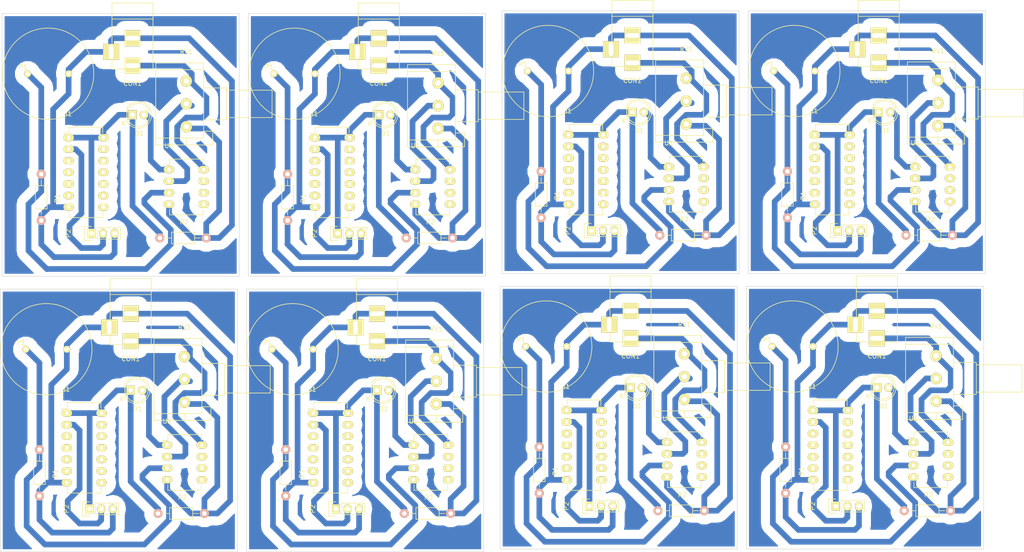
<source format=kicad_pcb>
(kicad_pcb (version 4) (host pcbnew 4.0.2+dfsg1-stable)
  (layers (0 F.Cu signal) (31 B.Cu signal) (34 B.Paste user) (35 F.Paste user) (36 B.SilkS user) (37 F.SilkS user) (38 B.Mask user) (39 F.Mask user) (44 Edge.Cuts user))
  (net 0 "")
  (net 1 "Net-(CON1-Pad1)")
  (net 2 "Net-(CON1-Pad2)")
  (net 3 "Net-(D1-Pad1)")
  (net 4 "Net-(D1-Pad2)")
  (net 5 "Net-(I1-Pad2)")
  (net 6 "Net-(P1-Pad1)")
  (net 7 "Net-(RV1-Pad2)")
  (module Housings_DIP:DIP-8_W7.62mm_LongPads (layer F.Cu) (at 162.6 48.4)
    (fp_text reference U1 (at 0 -5.22) (layer F.SilkS))
    (fp_text value LM358)
    (pad 1 thru_hole oval (at 0 0) (size 2.3 1.6) (drill 0.8) (layers *.Cu *.Mask F.SilkS) (net 4 "Net-(D1-Pad2)"))
    (pad 2 thru_hole oval (at 0 2.54) (size 2.3 1.6) (drill 0.8) (layers *.Cu *.Mask F.SilkS) (net 7 "Net-(RV1-Pad2)"))
    (pad 3 thru_hole oval (at 0 5.08) (size 2.3 1.6) (drill 0.8) (layers *.Cu *.Mask F.SilkS) (net 6 "Net-(P1-Pad1)"))
    (pad 4 thru_hole oval (at 0 7.62) (size 2.3 1.6) (drill 0.8) (layers *.Cu *.Mask F.SilkS) (net 2 "Net-(CON1-Pad2)"))
    (pad 5 thru_hole oval (at 7.62 7.62) (size 2.3 1.6) (drill 0.8) (layers *.Cu *.Mask F.SilkS))
    (pad 6 thru_hole oval (at 7.62 5.08) (size 2.3 1.6) (drill 0.8) (layers *.Cu *.Mask F.SilkS))
    (pad 7 thru_hole oval (at 7.62 2.54) (size 2.3 1.6) (drill 0.8) (layers *.Cu *.Mask F.SilkS))
    (pad 8 thru_hole oval (at 7.62 0) (size 2.3 1.6) (drill 0.8) (layers *.Cu *.Mask F.SilkS) (net 1 "Net-(CON1-Pad1)"))
  )
  (module Potentiometers:Potentiometer_Alps-RK16-single (layer F.Cu) (at 166.4 29)
    (fp_text reference RV1 (at 0 -6.42874) (layer F.SilkS))
    (fp_text value POT)
    (pad 2 thru_hole circle (at 0 5.00126) (size 2.49936 2.49936) (drill 1.19888) (layers *.Cu *.Mask F.SilkS) (net 7 "Net-(RV1-Pad2)"))
    (pad 3 thru_hole circle (at 0 10.00252) (size 2.49936 2.49936) (drill 1.19888) (layers *.Cu *.Mask F.SilkS) (net 2 "Net-(CON1-Pad2)"))
    (pad 1 thru_hole circle (at 0 0) (size 2.49936 2.49936) (drill 1.19888) (layers *.Cu *.Mask F.SilkS) (net 1 "Net-(CON1-Pad1)"))
  )
  (module Resistors_ThroughHole:Resistor_Horizontal_RM10mm (layer F.Cu) (at 160.6 63.4)
    (fp_text reference R2 (at 5.32892 -3.50012) (layer F.SilkS))
    (fp_text value R)
    (pad 1 thru_hole circle (at 0 0) (size 1.99898 1.99898) (drill 1.00076) (layers *.Cu *.SilkS *.Mask) (net 3 "Net-(D1-Pad1)"))
    (pad 2 thru_hole circle (at 10.16 0) (size 1.99898 1.99898) (drill 1.00076) (layers *.Cu *.SilkS *.Mask) (net 2 "Net-(CON1-Pad2)"))
  )
  (module Resistors_ThroughHole:Resistor_Horizontal_RM10mm (layer F.Cu) (at 134.6 49.4 270)
    (fp_text reference R1 (at 5.32892 -3.50012 270) (layer F.SilkS))
    (fp_text value R)
    (pad 1 thru_hole circle (at 0 0 270) (size 1.99898 1.99898) (drill 1.00076) (layers *.Cu *.SilkS *.Mask) (net 6 "Net-(P1-Pad1)"))
    (pad 2 thru_hole circle (at 10.16 0 270) (size 1.99898 1.99898) (drill 1.00076) (layers *.Cu *.SilkS *.Mask) (net 2 "Net-(CON1-Pad2)"))
  )
  (module Pin_Headers:Pin_Header_Straight_1x03 (layer F.Cu) (at 145.6 62.4 90)
    (fp_text reference P2 (at 0 -5.1 90) (layer F.SilkS))
    (fp_text value CONN_01X03)
    (pad 1 thru_hole rect (at 0 0 90) (size 2.032 1.7272) (drill 1.016) (layers *.Cu *.Mask F.SilkS) (net 3 "Net-(D1-Pad1)"))
    (pad 2 thru_hole oval (at 0 2.54 90) (size 2.032 1.7272) (drill 1.016) (layers *.Cu *.Mask F.SilkS) (net 5 "Net-(I1-Pad2)"))
    (pad 3 thru_hole oval (at 0 5.08 90) (size 2.032 1.7272) (drill 1.016) (layers *.Cu *.Mask F.SilkS) (net 2 "Net-(CON1-Pad2)"))
  )
  (module Piezo:piezo (layer F.Cu) (at 130.6 25.4)
    (fp_text reference P1 (at 0 0.5) (layer F.SilkS))
    (fp_text value Piezo)
    (pad 1 thru_hole circle (at 1 2) (size 1.524 1.524) (drill 0.762) (layers *.Cu *.Mask F.SilkS) (net 6 "Net-(P1-Pad1)"))
    (pad 2 thru_hole circle (at 10 2) (size 1.524 1.524) (drill 0.762) (layers *.Cu *.Mask F.SilkS) (net 2 "Net-(CON1-Pad2)"))
  )
  (module Housings_DIP:DIP-14_W7.62mm_LongPads (layer F.Cu) (at 140.6 41.4)
    (fp_text reference I1 (at 0 -5.22) (layer F.SilkS))
    (fp_text value Inversor7404)
    (pad 1 thru_hole oval (at 0 0) (size 2.3 1.6) (drill 0.8) (layers *.Cu *.Mask F.SilkS) (net 3 "Net-(D1-Pad1)"))
    (pad 2 thru_hole oval (at 0 2.54) (size 2.3 1.6) (drill 0.8) (layers *.Cu *.Mask F.SilkS) (net 5 "Net-(I1-Pad2)"))
    (pad 3 thru_hole oval (at 0 5.08) (size 2.3 1.6) (drill 0.8) (layers *.Cu *.Mask F.SilkS))
    (pad 4 thru_hole oval (at 0 7.62) (size 2.3 1.6) (drill 0.8) (layers *.Cu *.Mask F.SilkS))
    (pad 5 thru_hole oval (at 0 10.16) (size 2.3 1.6) (drill 0.8) (layers *.Cu *.Mask F.SilkS))
    (pad 6 thru_hole oval (at 0 12.7) (size 2.3 1.6) (drill 0.8) (layers *.Cu *.Mask F.SilkS))
    (pad 7 thru_hole oval (at 0 15.24) (size 2.3 1.6) (drill 0.8) (layers *.Cu *.Mask F.SilkS) (net 2 "Net-(CON1-Pad2)"))
    (pad 8 thru_hole oval (at 7.62 15.24) (size 2.3 1.6) (drill 0.8) (layers *.Cu *.Mask F.SilkS))
    (pad 9 thru_hole oval (at 7.62 12.7) (size 2.3 1.6) (drill 0.8) (layers *.Cu *.Mask F.SilkS))
    (pad 10 thru_hole oval (at 7.62 10.16) (size 2.3 1.6) (drill 0.8) (layers *.Cu *.Mask F.SilkS))
    (pad 11 thru_hole oval (at 7.62 7.62) (size 2.3 1.6) (drill 0.8) (layers *.Cu *.Mask F.SilkS))
    (pad 12 thru_hole oval (at 7.62 5.08) (size 2.3 1.6) (drill 0.8) (layers *.Cu *.Mask F.SilkS))
    (pad 13 thru_hole oval (at 7.62 2.54) (size 2.3 1.6) (drill 0.8) (layers *.Cu *.Mask F.SilkS))
    (pad 14 thru_hole oval (at 7.62 0) (size 2.3 1.6) (drill 0.8) (layers *.Cu *.Mask F.SilkS) (net 3 "Net-(D1-Pad1)"))
  )
  (module LEDs:LED-5MM (layer F.Cu) (at 154.6 36.4)
    (fp_text reference D1 (at 1.524 4.064) (layer F.SilkS))
    (fp_text value LED)
    (fp_text user K (at -1.905 1.905) (layer F.SilkS))
    (pad 1 thru_hole rect (at 0 0 90) (size 2 1.9) (drill 1.00076) (layers *.Cu *.Mask F.SilkS) (net 3 "Net-(D1-Pad1)"))
    (pad 2 thru_hole circle (at 2.54 0) (size 1.9 1.9) (drill 1.00076) (layers *.Cu *.Mask F.SilkS) (net 4 "Net-(D1-Pad2)"))
  )
  (module Connect:BARREL_JACK (layer F.Cu) (at 154.6 19.4 270)
    (fp_text reference CON1 (at 10.09904 0 360) (layer F.SilkS))
    (fp_text value BARREL_JACK)
    (pad 1 thru_hole rect (at 6.20014 0 270) (size 3.50012 3.50012) (drill oval 1.00076 2.99974) (layers *.Cu *.Mask F.SilkS) (net 1 "Net-(CON1-Pad1)"))
    (pad 2 thru_hole rect (at 0.20066 0 270) (size 3.50012 3.50012) (drill oval 1.00076 2.99974) (layers *.Cu *.Mask F.SilkS) (net 2 "Net-(CON1-Pad2)"))
    (pad 3 thru_hole rect (at 3.2004 4.699 270) (size 3.50012 3.50012) (drill oval 2.99974 1.00076) (layers *.Cu *.Mask F.SilkS) (net 2 "Net-(CON1-Pad2)"))
  )
  (module Connect:BARREL_JACK (layer F.Cu) (at 208.6 19.4 270)
    (fp_text reference CON1 (at 10.09904 0 360) (layer F.SilkS))
    (fp_text value BARREL_JACK)
    (pad 1 thru_hole rect (at 6.20014 0 270) (size 3.50012 3.50012) (drill oval 1.00076 2.99974) (layers *.Cu *.Mask F.SilkS) (net 1 "Net-(CON1-Pad1)"))
    (pad 2 thru_hole rect (at 0.20066 0 270) (size 3.50012 3.50012) (drill oval 1.00076 2.99974) (layers *.Cu *.Mask F.SilkS) (net 2 "Net-(CON1-Pad2)"))
    (pad 3 thru_hole rect (at 3.2004 4.699 270) (size 3.50012 3.50012) (drill oval 2.99974 1.00076) (layers *.Cu *.Mask F.SilkS) (net 2 "Net-(CON1-Pad2)"))
  )
  (module LEDs:LED-5MM (layer F.Cu) (at 208.6 36.4)
    (fp_text reference D1 (at 1.524 4.064) (layer F.SilkS))
    (fp_text value LED)
    (fp_text user K (at -1.905 1.905) (layer F.SilkS))
    (pad 1 thru_hole rect (at 0 0 90) (size 2 1.9) (drill 1.00076) (layers *.Cu *.Mask F.SilkS) (net 3 "Net-(D1-Pad1)"))
    (pad 2 thru_hole circle (at 2.54 0) (size 1.9 1.9) (drill 1.00076) (layers *.Cu *.Mask F.SilkS) (net 4 "Net-(D1-Pad2)"))
  )
  (module Housings_DIP:DIP-14_W7.62mm_LongPads (layer F.Cu) (at 194.6 41.4)
    (fp_text reference I1 (at 0 -5.22) (layer F.SilkS))
    (fp_text value Inversor7404)
    (pad 1 thru_hole oval (at 0 0) (size 2.3 1.6) (drill 0.8) (layers *.Cu *.Mask F.SilkS) (net 3 "Net-(D1-Pad1)"))
    (pad 2 thru_hole oval (at 0 2.54) (size 2.3 1.6) (drill 0.8) (layers *.Cu *.Mask F.SilkS) (net 5 "Net-(I1-Pad2)"))
    (pad 3 thru_hole oval (at 0 5.08) (size 2.3 1.6) (drill 0.8) (layers *.Cu *.Mask F.SilkS))
    (pad 4 thru_hole oval (at 0 7.62) (size 2.3 1.6) (drill 0.8) (layers *.Cu *.Mask F.SilkS))
    (pad 5 thru_hole oval (at 0 10.16) (size 2.3 1.6) (drill 0.8) (layers *.Cu *.Mask F.SilkS))
    (pad 6 thru_hole oval (at 0 12.7) (size 2.3 1.6) (drill 0.8) (layers *.Cu *.Mask F.SilkS))
    (pad 7 thru_hole oval (at 0 15.24) (size 2.3 1.6) (drill 0.8) (layers *.Cu *.Mask F.SilkS) (net 2 "Net-(CON1-Pad2)"))
    (pad 8 thru_hole oval (at 7.62 15.24) (size 2.3 1.6) (drill 0.8) (layers *.Cu *.Mask F.SilkS))
    (pad 9 thru_hole oval (at 7.62 12.7) (size 2.3 1.6) (drill 0.8) (layers *.Cu *.Mask F.SilkS))
    (pad 10 thru_hole oval (at 7.62 10.16) (size 2.3 1.6) (drill 0.8) (layers *.Cu *.Mask F.SilkS))
    (pad 11 thru_hole oval (at 7.62 7.62) (size 2.3 1.6) (drill 0.8) (layers *.Cu *.Mask F.SilkS))
    (pad 12 thru_hole oval (at 7.62 5.08) (size 2.3 1.6) (drill 0.8) (layers *.Cu *.Mask F.SilkS))
    (pad 13 thru_hole oval (at 7.62 2.54) (size 2.3 1.6) (drill 0.8) (layers *.Cu *.Mask F.SilkS))
    (pad 14 thru_hole oval (at 7.62 0) (size 2.3 1.6) (drill 0.8) (layers *.Cu *.Mask F.SilkS) (net 3 "Net-(D1-Pad1)"))
  )
  (module Piezo:piezo (layer F.Cu) (at 184.6 25.4)
    (fp_text reference P1 (at 0 0.5) (layer F.SilkS))
    (fp_text value Piezo)
    (pad 1 thru_hole circle (at 1 2) (size 1.524 1.524) (drill 0.762) (layers *.Cu *.Mask F.SilkS) (net 6 "Net-(P1-Pad1)"))
    (pad 2 thru_hole circle (at 10 2) (size 1.524 1.524) (drill 0.762) (layers *.Cu *.Mask F.SilkS) (net 2 "Net-(CON1-Pad2)"))
  )
  (module Pin_Headers:Pin_Header_Straight_1x03 (layer F.Cu) (at 199.6 62.4 90)
    (fp_text reference P2 (at 0 -5.1 90) (layer F.SilkS))
    (fp_text value CONN_01X03)
    (pad 1 thru_hole rect (at 0 0 90) (size 2.032 1.7272) (drill 1.016) (layers *.Cu *.Mask F.SilkS) (net 3 "Net-(D1-Pad1)"))
    (pad 2 thru_hole oval (at 0 2.54 90) (size 2.032 1.7272) (drill 1.016) (layers *.Cu *.Mask F.SilkS) (net 5 "Net-(I1-Pad2)"))
    (pad 3 thru_hole oval (at 0 5.08 90) (size 2.032 1.7272) (drill 1.016) (layers *.Cu *.Mask F.SilkS) (net 2 "Net-(CON1-Pad2)"))
  )
  (module Resistors_ThroughHole:Resistor_Horizontal_RM10mm (layer F.Cu) (at 188.6 49.4 270)
    (fp_text reference R1 (at 5.32892 -3.50012 270) (layer F.SilkS))
    (fp_text value R)
    (pad 1 thru_hole circle (at 0 0 270) (size 1.99898 1.99898) (drill 1.00076) (layers *.Cu *.SilkS *.Mask) (net 6 "Net-(P1-Pad1)"))
    (pad 2 thru_hole circle (at 10.16 0 270) (size 1.99898 1.99898) (drill 1.00076) (layers *.Cu *.SilkS *.Mask) (net 2 "Net-(CON1-Pad2)"))
  )
  (module Resistors_ThroughHole:Resistor_Horizontal_RM10mm (layer F.Cu) (at 214.6 63.4)
    (fp_text reference R2 (at 5.32892 -3.50012) (layer F.SilkS))
    (fp_text value R)
    (pad 1 thru_hole circle (at 0 0) (size 1.99898 1.99898) (drill 1.00076) (layers *.Cu *.SilkS *.Mask) (net 3 "Net-(D1-Pad1)"))
    (pad 2 thru_hole circle (at 10.16 0) (size 1.99898 1.99898) (drill 1.00076) (layers *.Cu *.SilkS *.Mask) (net 2 "Net-(CON1-Pad2)"))
  )
  (module Potentiometers:Potentiometer_Alps-RK16-single (layer F.Cu) (at 221.6 29.4)
    (fp_text reference RV1 (at 0 -6.42874) (layer F.SilkS))
    (fp_text value POT)
    (pad 2 thru_hole circle (at 0 5.00126) (size 2.49936 2.49936) (drill 1.19888) (layers *.Cu *.Mask F.SilkS) (net 7 "Net-(RV1-Pad2)"))
    (pad 3 thru_hole circle (at 0 10.00252) (size 2.49936 2.49936) (drill 1.19888) (layers *.Cu *.Mask F.SilkS) (net 2 "Net-(CON1-Pad2)"))
    (pad 1 thru_hole circle (at 0 0) (size 2.49936 2.49936) (drill 1.19888) (layers *.Cu *.Mask F.SilkS) (net 1 "Net-(CON1-Pad1)"))
  )
  (module Housings_DIP:DIP-8_W7.62mm_LongPads (layer F.Cu) (at 216.6 48.4)
    (fp_text reference U1 (at 0 -5.22) (layer F.SilkS))
    (fp_text value LM358)
    (pad 1 thru_hole oval (at 0 0) (size 2.3 1.6) (drill 0.8) (layers *.Cu *.Mask F.SilkS) (net 4 "Net-(D1-Pad2)"))
    (pad 2 thru_hole oval (at 0 2.54) (size 2.3 1.6) (drill 0.8) (layers *.Cu *.Mask F.SilkS) (net 7 "Net-(RV1-Pad2)"))
    (pad 3 thru_hole oval (at 0 5.08) (size 2.3 1.6) (drill 0.8) (layers *.Cu *.Mask F.SilkS) (net 6 "Net-(P1-Pad1)"))
    (pad 4 thru_hole oval (at 0 7.62) (size 2.3 1.6) (drill 0.8) (layers *.Cu *.Mask F.SilkS) (net 2 "Net-(CON1-Pad2)"))
    (pad 5 thru_hole oval (at 7.62 7.62) (size 2.3 1.6) (drill 0.8) (layers *.Cu *.Mask F.SilkS))
    (pad 6 thru_hole oval (at 7.62 5.08) (size 2.3 1.6) (drill 0.8) (layers *.Cu *.Mask F.SilkS))
    (pad 7 thru_hole oval (at 7.62 2.54) (size 2.3 1.6) (drill 0.8) (layers *.Cu *.Mask F.SilkS))
    (pad 8 thru_hole oval (at 7.62 0) (size 2.3 1.6) (drill 0.8) (layers *.Cu *.Mask F.SilkS) (net 1 "Net-(CON1-Pad1)"))
  )
  (module Housings_DIP:DIP-8_W7.62mm_LongPads (layer F.Cu) (at 216.2 108.8)
    (fp_text reference U1 (at 0 -5.22) (layer F.SilkS))
    (fp_text value LM358)
    (pad 1 thru_hole oval (at 0 0) (size 2.3 1.6) (drill 0.8) (layers *.Cu *.Mask F.SilkS) (net 4 "Net-(D1-Pad2)"))
    (pad 2 thru_hole oval (at 0 2.54) (size 2.3 1.6) (drill 0.8) (layers *.Cu *.Mask F.SilkS) (net 7 "Net-(RV1-Pad2)"))
    (pad 3 thru_hole oval (at 0 5.08) (size 2.3 1.6) (drill 0.8) (layers *.Cu *.Mask F.SilkS) (net 6 "Net-(P1-Pad1)"))
    (pad 4 thru_hole oval (at 0 7.62) (size 2.3 1.6) (drill 0.8) (layers *.Cu *.Mask F.SilkS) (net 2 "Net-(CON1-Pad2)"))
    (pad 5 thru_hole oval (at 7.62 7.62) (size 2.3 1.6) (drill 0.8) (layers *.Cu *.Mask F.SilkS))
    (pad 6 thru_hole oval (at 7.62 5.08) (size 2.3 1.6) (drill 0.8) (layers *.Cu *.Mask F.SilkS))
    (pad 7 thru_hole oval (at 7.62 2.54) (size 2.3 1.6) (drill 0.8) (layers *.Cu *.Mask F.SilkS))
    (pad 8 thru_hole oval (at 7.62 0) (size 2.3 1.6) (drill 0.8) (layers *.Cu *.Mask F.SilkS) (net 1 "Net-(CON1-Pad1)"))
  )
  (module Potentiometers:Potentiometer_Alps-RK16-single (layer F.Cu) (at 221.2 89.8)
    (fp_text reference RV1 (at 0 -6.42874) (layer F.SilkS))
    (fp_text value POT)
    (pad 2 thru_hole circle (at 0 5.00126) (size 2.49936 2.49936) (drill 1.19888) (layers *.Cu *.Mask F.SilkS) (net 7 "Net-(RV1-Pad2)"))
    (pad 3 thru_hole circle (at 0 10.00252) (size 2.49936 2.49936) (drill 1.19888) (layers *.Cu *.Mask F.SilkS) (net 2 "Net-(CON1-Pad2)"))
    (pad 1 thru_hole circle (at 0 0) (size 2.49936 2.49936) (drill 1.19888) (layers *.Cu *.Mask F.SilkS) (net 1 "Net-(CON1-Pad1)"))
  )
  (module Resistors_ThroughHole:Resistor_Horizontal_RM10mm (layer F.Cu) (at 214.2 123.8)
    (fp_text reference R2 (at 5.32892 -3.50012) (layer F.SilkS))
    (fp_text value R)
    (pad 1 thru_hole circle (at 0 0) (size 1.99898 1.99898) (drill 1.00076) (layers *.Cu *.SilkS *.Mask) (net 3 "Net-(D1-Pad1)"))
    (pad 2 thru_hole circle (at 10.16 0) (size 1.99898 1.99898) (drill 1.00076) (layers *.Cu *.SilkS *.Mask) (net 2 "Net-(CON1-Pad2)"))
  )
  (module Resistors_ThroughHole:Resistor_Horizontal_RM10mm (layer F.Cu) (at 188.2 109.8 270)
    (fp_text reference R1 (at 5.32892 -3.50012 270) (layer F.SilkS))
    (fp_text value R)
    (pad 1 thru_hole circle (at 0 0 270) (size 1.99898 1.99898) (drill 1.00076) (layers *.Cu *.SilkS *.Mask) (net 6 "Net-(P1-Pad1)"))
    (pad 2 thru_hole circle (at 10.16 0 270) (size 1.99898 1.99898) (drill 1.00076) (layers *.Cu *.SilkS *.Mask) (net 2 "Net-(CON1-Pad2)"))
  )
  (module Pin_Headers:Pin_Header_Straight_1x03 (layer F.Cu) (at 199.2 122.8 90)
    (fp_text reference P2 (at 0 -5.1 90) (layer F.SilkS))
    (fp_text value CONN_01X03)
    (pad 1 thru_hole rect (at 0 0 90) (size 2.032 1.7272) (drill 1.016) (layers *.Cu *.Mask F.SilkS) (net 3 "Net-(D1-Pad1)"))
    (pad 2 thru_hole oval (at 0 2.54 90) (size 2.032 1.7272) (drill 1.016) (layers *.Cu *.Mask F.SilkS) (net 5 "Net-(I1-Pad2)"))
    (pad 3 thru_hole oval (at 0 5.08 90) (size 2.032 1.7272) (drill 1.016) (layers *.Cu *.Mask F.SilkS) (net 2 "Net-(CON1-Pad2)"))
  )
  (module Piezo:piezo (layer F.Cu) (at 184.2 85.8)
    (fp_text reference P1 (at 0 0.5) (layer F.SilkS))
    (fp_text value Piezo)
    (pad 1 thru_hole circle (at 1 2) (size 1.524 1.524) (drill 0.762) (layers *.Cu *.Mask F.SilkS) (net 6 "Net-(P1-Pad1)"))
    (pad 2 thru_hole circle (at 10 2) (size 1.524 1.524) (drill 0.762) (layers *.Cu *.Mask F.SilkS) (net 2 "Net-(CON1-Pad2)"))
  )
  (module Housings_DIP:DIP-14_W7.62mm_LongPads (layer F.Cu) (at 194.2 101.8)
    (fp_text reference I1 (at 0 -5.22) (layer F.SilkS))
    (fp_text value Inversor7404)
    (pad 1 thru_hole oval (at 0 0) (size 2.3 1.6) (drill 0.8) (layers *.Cu *.Mask F.SilkS) (net 3 "Net-(D1-Pad1)"))
    (pad 2 thru_hole oval (at 0 2.54) (size 2.3 1.6) (drill 0.8) (layers *.Cu *.Mask F.SilkS) (net 5 "Net-(I1-Pad2)"))
    (pad 3 thru_hole oval (at 0 5.08) (size 2.3 1.6) (drill 0.8) (layers *.Cu *.Mask F.SilkS))
    (pad 4 thru_hole oval (at 0 7.62) (size 2.3 1.6) (drill 0.8) (layers *.Cu *.Mask F.SilkS))
    (pad 5 thru_hole oval (at 0 10.16) (size 2.3 1.6) (drill 0.8) (layers *.Cu *.Mask F.SilkS))
    (pad 6 thru_hole oval (at 0 12.7) (size 2.3 1.6) (drill 0.8) (layers *.Cu *.Mask F.SilkS))
    (pad 7 thru_hole oval (at 0 15.24) (size 2.3 1.6) (drill 0.8) (layers *.Cu *.Mask F.SilkS) (net 2 "Net-(CON1-Pad2)"))
    (pad 8 thru_hole oval (at 7.62 15.24) (size 2.3 1.6) (drill 0.8) (layers *.Cu *.Mask F.SilkS))
    (pad 9 thru_hole oval (at 7.62 12.7) (size 2.3 1.6) (drill 0.8) (layers *.Cu *.Mask F.SilkS))
    (pad 10 thru_hole oval (at 7.62 10.16) (size 2.3 1.6) (drill 0.8) (layers *.Cu *.Mask F.SilkS))
    (pad 11 thru_hole oval (at 7.62 7.62) (size 2.3 1.6) (drill 0.8) (layers *.Cu *.Mask F.SilkS))
    (pad 12 thru_hole oval (at 7.62 5.08) (size 2.3 1.6) (drill 0.8) (layers *.Cu *.Mask F.SilkS))
    (pad 13 thru_hole oval (at 7.62 2.54) (size 2.3 1.6) (drill 0.8) (layers *.Cu *.Mask F.SilkS))
    (pad 14 thru_hole oval (at 7.62 0) (size 2.3 1.6) (drill 0.8) (layers *.Cu *.Mask F.SilkS) (net 3 "Net-(D1-Pad1)"))
  )
  (module LEDs:LED-5MM (layer F.Cu) (at 208.2 96.8)
    (fp_text reference D1 (at 1.524 4.064) (layer F.SilkS))
    (fp_text value LED)
    (fp_text user K (at -1.905 1.905) (layer F.SilkS))
    (pad 1 thru_hole rect (at 0 0 90) (size 2 1.9) (drill 1.00076) (layers *.Cu *.Mask F.SilkS) (net 3 "Net-(D1-Pad1)"))
    (pad 2 thru_hole circle (at 2.54 0) (size 1.9 1.9) (drill 1.00076) (layers *.Cu *.Mask F.SilkS) (net 4 "Net-(D1-Pad2)"))
  )
  (module Connect:BARREL_JACK (layer F.Cu) (at 208.2 79.8 270)
    (fp_text reference CON1 (at 10.09904 0 360) (layer F.SilkS))
    (fp_text value BARREL_JACK)
    (pad 1 thru_hole rect (at 6.20014 0 270) (size 3.50012 3.50012) (drill oval 1.00076 2.99974) (layers *.Cu *.Mask F.SilkS) (net 1 "Net-(CON1-Pad1)"))
    (pad 2 thru_hole rect (at 0.20066 0 270) (size 3.50012 3.50012) (drill oval 1.00076 2.99974) (layers *.Cu *.Mask F.SilkS) (net 2 "Net-(CON1-Pad2)"))
    (pad 3 thru_hole rect (at 3.2004 4.699 270) (size 3.50012 3.50012) (drill oval 2.99974 1.00076) (layers *.Cu *.Mask F.SilkS) (net 2 "Net-(CON1-Pad2)"))
  )
  (module Connect:BARREL_JACK (layer F.Cu) (at 154.2 79.8 270)
    (fp_text reference CON1 (at 10.09904 0 360) (layer F.SilkS))
    (fp_text value BARREL_JACK)
    (pad 1 thru_hole rect (at 6.20014 0 270) (size 3.50012 3.50012) (drill oval 1.00076 2.99974) (layers *.Cu *.Mask F.SilkS) (net 1 "Net-(CON1-Pad1)"))
    (pad 2 thru_hole rect (at 0.20066 0 270) (size 3.50012 3.50012) (drill oval 1.00076 2.99974) (layers *.Cu *.Mask F.SilkS) (net 2 "Net-(CON1-Pad2)"))
    (pad 3 thru_hole rect (at 3.2004 4.699 270) (size 3.50012 3.50012) (drill oval 2.99974 1.00076) (layers *.Cu *.Mask F.SilkS) (net 2 "Net-(CON1-Pad2)"))
  )
  (module LEDs:LED-5MM (layer F.Cu) (at 154.2 96.8)
    (fp_text reference D1 (at 1.524 4.064) (layer F.SilkS))
    (fp_text value LED)
    (fp_text user K (at -1.905 1.905) (layer F.SilkS))
    (pad 1 thru_hole rect (at 0 0 90) (size 2 1.9) (drill 1.00076) (layers *.Cu *.Mask F.SilkS) (net 3 "Net-(D1-Pad1)"))
    (pad 2 thru_hole circle (at 2.54 0) (size 1.9 1.9) (drill 1.00076) (layers *.Cu *.Mask F.SilkS) (net 4 "Net-(D1-Pad2)"))
  )
  (module Housings_DIP:DIP-14_W7.62mm_LongPads (layer F.Cu) (at 140.2 101.8)
    (fp_text reference I1 (at 0 -5.22) (layer F.SilkS))
    (fp_text value Inversor7404)
    (pad 1 thru_hole oval (at 0 0) (size 2.3 1.6) (drill 0.8) (layers *.Cu *.Mask F.SilkS) (net 3 "Net-(D1-Pad1)"))
    (pad 2 thru_hole oval (at 0 2.54) (size 2.3 1.6) (drill 0.8) (layers *.Cu *.Mask F.SilkS) (net 5 "Net-(I1-Pad2)"))
    (pad 3 thru_hole oval (at 0 5.08) (size 2.3 1.6) (drill 0.8) (layers *.Cu *.Mask F.SilkS))
    (pad 4 thru_hole oval (at 0 7.62) (size 2.3 1.6) (drill 0.8) (layers *.Cu *.Mask F.SilkS))
    (pad 5 thru_hole oval (at 0 10.16) (size 2.3 1.6) (drill 0.8) (layers *.Cu *.Mask F.SilkS))
    (pad 6 thru_hole oval (at 0 12.7) (size 2.3 1.6) (drill 0.8) (layers *.Cu *.Mask F.SilkS))
    (pad 7 thru_hole oval (at 0 15.24) (size 2.3 1.6) (drill 0.8) (layers *.Cu *.Mask F.SilkS) (net 2 "Net-(CON1-Pad2)"))
    (pad 8 thru_hole oval (at 7.62 15.24) (size 2.3 1.6) (drill 0.8) (layers *.Cu *.Mask F.SilkS))
    (pad 9 thru_hole oval (at 7.62 12.7) (size 2.3 1.6) (drill 0.8) (layers *.Cu *.Mask F.SilkS))
    (pad 10 thru_hole oval (at 7.62 10.16) (size 2.3 1.6) (drill 0.8) (layers *.Cu *.Mask F.SilkS))
    (pad 11 thru_hole oval (at 7.62 7.62) (size 2.3 1.6) (drill 0.8) (layers *.Cu *.Mask F.SilkS))
    (pad 12 thru_hole oval (at 7.62 5.08) (size 2.3 1.6) (drill 0.8) (layers *.Cu *.Mask F.SilkS))
    (pad 13 thru_hole oval (at 7.62 2.54) (size 2.3 1.6) (drill 0.8) (layers *.Cu *.Mask F.SilkS))
    (pad 14 thru_hole oval (at 7.62 0) (size 2.3 1.6) (drill 0.8) (layers *.Cu *.Mask F.SilkS) (net 3 "Net-(D1-Pad1)"))
  )
  (module Piezo:piezo (layer F.Cu) (at 130.2 85.8)
    (fp_text reference P1 (at 0 0.5) (layer F.SilkS))
    (fp_text value Piezo)
    (pad 1 thru_hole circle (at 1 2) (size 1.524 1.524) (drill 0.762) (layers *.Cu *.Mask F.SilkS) (net 6 "Net-(P1-Pad1)"))
    (pad 2 thru_hole circle (at 10 2) (size 1.524 1.524) (drill 0.762) (layers *.Cu *.Mask F.SilkS) (net 2 "Net-(CON1-Pad2)"))
  )
  (module Pin_Headers:Pin_Header_Straight_1x03 (layer F.Cu) (at 145.2 122.8 90)
    (fp_text reference P2 (at 0 -5.1 90) (layer F.SilkS))
    (fp_text value CONN_01X03)
    (pad 1 thru_hole rect (at 0 0 90) (size 2.032 1.7272) (drill 1.016) (layers *.Cu *.Mask F.SilkS) (net 3 "Net-(D1-Pad1)"))
    (pad 2 thru_hole oval (at 0 2.54 90) (size 2.032 1.7272) (drill 1.016) (layers *.Cu *.Mask F.SilkS) (net 5 "Net-(I1-Pad2)"))
    (pad 3 thru_hole oval (at 0 5.08 90) (size 2.032 1.7272) (drill 1.016) (layers *.Cu *.Mask F.SilkS) (net 2 "Net-(CON1-Pad2)"))
  )
  (module Resistors_ThroughHole:Resistor_Horizontal_RM10mm (layer F.Cu) (at 134.2 109.8 270)
    (fp_text reference R1 (at 5.32892 -3.50012 270) (layer F.SilkS))
    (fp_text value R)
    (pad 1 thru_hole circle (at 0 0 270) (size 1.99898 1.99898) (drill 1.00076) (layers *.Cu *.SilkS *.Mask) (net 6 "Net-(P1-Pad1)"))
    (pad 2 thru_hole circle (at 10.16 0 270) (size 1.99898 1.99898) (drill 1.00076) (layers *.Cu *.SilkS *.Mask) (net 2 "Net-(CON1-Pad2)"))
  )
  (module Resistors_ThroughHole:Resistor_Horizontal_RM10mm (layer F.Cu) (at 160.2 123.8)
    (fp_text reference R2 (at 5.32892 -3.50012) (layer F.SilkS))
    (fp_text value R)
    (pad 1 thru_hole circle (at 0 0) (size 1.99898 1.99898) (drill 1.00076) (layers *.Cu *.SilkS *.Mask) (net 3 "Net-(D1-Pad1)"))
    (pad 2 thru_hole circle (at 10.16 0) (size 1.99898 1.99898) (drill 1.00076) (layers *.Cu *.SilkS *.Mask) (net 2 "Net-(CON1-Pad2)"))
  )
  (module Potentiometers:Potentiometer_Alps-RK16-single (layer F.Cu) (at 166 89.4)
    (fp_text reference RV1 (at 0 -6.42874) (layer F.SilkS))
    (fp_text value POT)
    (pad 2 thru_hole circle (at 0 5.00126) (size 2.49936 2.49936) (drill 1.19888) (layers *.Cu *.Mask F.SilkS) (net 7 "Net-(RV1-Pad2)"))
    (pad 3 thru_hole circle (at 0 10.00252) (size 2.49936 2.49936) (drill 1.19888) (layers *.Cu *.Mask F.SilkS) (net 2 "Net-(CON1-Pad2)"))
    (pad 1 thru_hole circle (at 0 0) (size 2.49936 2.49936) (drill 1.19888) (layers *.Cu *.Mask F.SilkS) (net 1 "Net-(CON1-Pad1)"))
  )
  (module Housings_DIP:DIP-8_W7.62mm_LongPads (layer F.Cu) (at 162.2 108.8)
    (fp_text reference U1 (at 0 -5.22) (layer F.SilkS))
    (fp_text value LM358)
    (pad 1 thru_hole oval (at 0 0) (size 2.3 1.6) (drill 0.8) (layers *.Cu *.Mask F.SilkS) (net 4 "Net-(D1-Pad2)"))
    (pad 2 thru_hole oval (at 0 2.54) (size 2.3 1.6) (drill 0.8) (layers *.Cu *.Mask F.SilkS) (net 7 "Net-(RV1-Pad2)"))
    (pad 3 thru_hole oval (at 0 5.08) (size 2.3 1.6) (drill 0.8) (layers *.Cu *.Mask F.SilkS) (net 6 "Net-(P1-Pad1)"))
    (pad 4 thru_hole oval (at 0 7.62) (size 2.3 1.6) (drill 0.8) (layers *.Cu *.Mask F.SilkS) (net 2 "Net-(CON1-Pad2)"))
    (pad 5 thru_hole oval (at 7.62 7.62) (size 2.3 1.6) (drill 0.8) (layers *.Cu *.Mask F.SilkS))
    (pad 6 thru_hole oval (at 7.62 5.08) (size 2.3 1.6) (drill 0.8) (layers *.Cu *.Mask F.SilkS))
    (pad 7 thru_hole oval (at 7.62 2.54) (size 2.3 1.6) (drill 0.8) (layers *.Cu *.Mask F.SilkS))
    (pad 8 thru_hole oval (at 7.62 0) (size 2.3 1.6) (drill 0.8) (layers *.Cu *.Mask F.SilkS) (net 1 "Net-(CON1-Pad1)"))
  )
  (module Housings_DIP:DIP-8_W7.62mm_LongPads (layer F.Cu) (at 52.6 109.4)
    (fp_text reference U1 (at 0 -5.22) (layer F.SilkS))
    (fp_text value LM358)
    (pad 1 thru_hole oval (at 0 0) (size 2.3 1.6) (drill 0.8) (layers *.Cu *.Mask F.SilkS) (net 4 "Net-(D1-Pad2)"))
    (pad 2 thru_hole oval (at 0 2.54) (size 2.3 1.6) (drill 0.8) (layers *.Cu *.Mask F.SilkS) (net 7 "Net-(RV1-Pad2)"))
    (pad 3 thru_hole oval (at 0 5.08) (size 2.3 1.6) (drill 0.8) (layers *.Cu *.Mask F.SilkS) (net 6 "Net-(P1-Pad1)"))
    (pad 4 thru_hole oval (at 0 7.62) (size 2.3 1.6) (drill 0.8) (layers *.Cu *.Mask F.SilkS) (net 2 "Net-(CON1-Pad2)"))
    (pad 5 thru_hole oval (at 7.62 7.62) (size 2.3 1.6) (drill 0.8) (layers *.Cu *.Mask F.SilkS))
    (pad 6 thru_hole oval (at 7.62 5.08) (size 2.3 1.6) (drill 0.8) (layers *.Cu *.Mask F.SilkS))
    (pad 7 thru_hole oval (at 7.62 2.54) (size 2.3 1.6) (drill 0.8) (layers *.Cu *.Mask F.SilkS))
    (pad 8 thru_hole oval (at 7.62 0) (size 2.3 1.6) (drill 0.8) (layers *.Cu *.Mask F.SilkS) (net 1 "Net-(CON1-Pad1)"))
  )
  (module Potentiometers:Potentiometer_Alps-RK16-single (layer F.Cu) (at 56.4 90)
    (fp_text reference RV1 (at 0 -6.42874) (layer F.SilkS))
    (fp_text value POT)
    (pad 2 thru_hole circle (at 0 5.00126) (size 2.49936 2.49936) (drill 1.19888) (layers *.Cu *.Mask F.SilkS) (net 7 "Net-(RV1-Pad2)"))
    (pad 3 thru_hole circle (at 0 10.00252) (size 2.49936 2.49936) (drill 1.19888) (layers *.Cu *.Mask F.SilkS) (net 2 "Net-(CON1-Pad2)"))
    (pad 1 thru_hole circle (at 0 0) (size 2.49936 2.49936) (drill 1.19888) (layers *.Cu *.Mask F.SilkS) (net 1 "Net-(CON1-Pad1)"))
  )
  (module Resistors_ThroughHole:Resistor_Horizontal_RM10mm (layer F.Cu) (at 50.6 124.4)
    (fp_text reference R2 (at 5.32892 -3.50012) (layer F.SilkS))
    (fp_text value R)
    (pad 1 thru_hole circle (at 0 0) (size 1.99898 1.99898) (drill 1.00076) (layers *.Cu *.SilkS *.Mask) (net 3 "Net-(D1-Pad1)"))
    (pad 2 thru_hole circle (at 10.16 0) (size 1.99898 1.99898) (drill 1.00076) (layers *.Cu *.SilkS *.Mask) (net 2 "Net-(CON1-Pad2)"))
  )
  (module Resistors_ThroughHole:Resistor_Horizontal_RM10mm (layer F.Cu) (at 24.6 110.4 270)
    (fp_text reference R1 (at 5.32892 -3.50012 270) (layer F.SilkS))
    (fp_text value R)
    (pad 1 thru_hole circle (at 0 0 270) (size 1.99898 1.99898) (drill 1.00076) (layers *.Cu *.SilkS *.Mask) (net 6 "Net-(P1-Pad1)"))
    (pad 2 thru_hole circle (at 10.16 0 270) (size 1.99898 1.99898) (drill 1.00076) (layers *.Cu *.SilkS *.Mask) (net 2 "Net-(CON1-Pad2)"))
  )
  (module Pin_Headers:Pin_Header_Straight_1x03 (layer F.Cu) (at 35.6 123.4 90)
    (fp_text reference P2 (at 0 -5.1 90) (layer F.SilkS))
    (fp_text value CONN_01X03)
    (pad 1 thru_hole rect (at 0 0 90) (size 2.032 1.7272) (drill 1.016) (layers *.Cu *.Mask F.SilkS) (net 3 "Net-(D1-Pad1)"))
    (pad 2 thru_hole oval (at 0 2.54 90) (size 2.032 1.7272) (drill 1.016) (layers *.Cu *.Mask F.SilkS) (net 5 "Net-(I1-Pad2)"))
    (pad 3 thru_hole oval (at 0 5.08 90) (size 2.032 1.7272) (drill 1.016) (layers *.Cu *.Mask F.SilkS) (net 2 "Net-(CON1-Pad2)"))
  )
  (module Piezo:piezo (layer F.Cu) (at 20.6 86.4)
    (fp_text reference P1 (at 0 0.5) (layer F.SilkS))
    (fp_text value Piezo)
    (pad 1 thru_hole circle (at 1 2) (size 1.524 1.524) (drill 0.762) (layers *.Cu *.Mask F.SilkS) (net 6 "Net-(P1-Pad1)"))
    (pad 2 thru_hole circle (at 10 2) (size 1.524 1.524) (drill 0.762) (layers *.Cu *.Mask F.SilkS) (net 2 "Net-(CON1-Pad2)"))
  )
  (module Housings_DIP:DIP-14_W7.62mm_LongPads (layer F.Cu) (at 30.6 102.4)
    (fp_text reference I1 (at 0 -5.22) (layer F.SilkS))
    (fp_text value Inversor7404)
    (pad 1 thru_hole oval (at 0 0) (size 2.3 1.6) (drill 0.8) (layers *.Cu *.Mask F.SilkS) (net 3 "Net-(D1-Pad1)"))
    (pad 2 thru_hole oval (at 0 2.54) (size 2.3 1.6) (drill 0.8) (layers *.Cu *.Mask F.SilkS) (net 5 "Net-(I1-Pad2)"))
    (pad 3 thru_hole oval (at 0 5.08) (size 2.3 1.6) (drill 0.8) (layers *.Cu *.Mask F.SilkS))
    (pad 4 thru_hole oval (at 0 7.62) (size 2.3 1.6) (drill 0.8) (layers *.Cu *.Mask F.SilkS))
    (pad 5 thru_hole oval (at 0 10.16) (size 2.3 1.6) (drill 0.8) (layers *.Cu *.Mask F.SilkS))
    (pad 6 thru_hole oval (at 0 12.7) (size 2.3 1.6) (drill 0.8) (layers *.Cu *.Mask F.SilkS))
    (pad 7 thru_hole oval (at 0 15.24) (size 2.3 1.6) (drill 0.8) (layers *.Cu *.Mask F.SilkS) (net 2 "Net-(CON1-Pad2)"))
    (pad 8 thru_hole oval (at 7.62 15.24) (size 2.3 1.6) (drill 0.8) (layers *.Cu *.Mask F.SilkS))
    (pad 9 thru_hole oval (at 7.62 12.7) (size 2.3 1.6) (drill 0.8) (layers *.Cu *.Mask F.SilkS))
    (pad 10 thru_hole oval (at 7.62 10.16) (size 2.3 1.6) (drill 0.8) (layers *.Cu *.Mask F.SilkS))
    (pad 11 thru_hole oval (at 7.62 7.62) (size 2.3 1.6) (drill 0.8) (layers *.Cu *.Mask F.SilkS))
    (pad 12 thru_hole oval (at 7.62 5.08) (size 2.3 1.6) (drill 0.8) (layers *.Cu *.Mask F.SilkS))
    (pad 13 thru_hole oval (at 7.62 2.54) (size 2.3 1.6) (drill 0.8) (layers *.Cu *.Mask F.SilkS))
    (pad 14 thru_hole oval (at 7.62 0) (size 2.3 1.6) (drill 0.8) (layers *.Cu *.Mask F.SilkS) (net 3 "Net-(D1-Pad1)"))
  )
  (module LEDs:LED-5MM (layer F.Cu) (at 44.6 97.4)
    (fp_text reference D1 (at 1.524 4.064) (layer F.SilkS))
    (fp_text value LED)
    (fp_text user K (at -1.905 1.905) (layer F.SilkS))
    (pad 1 thru_hole rect (at 0 0 90) (size 2 1.9) (drill 1.00076) (layers *.Cu *.Mask F.SilkS) (net 3 "Net-(D1-Pad1)"))
    (pad 2 thru_hole circle (at 2.54 0) (size 1.9 1.9) (drill 1.00076) (layers *.Cu *.Mask F.SilkS) (net 4 "Net-(D1-Pad2)"))
  )
  (module Connect:BARREL_JACK (layer F.Cu) (at 44.6 80.4 270)
    (fp_text reference CON1 (at 10.09904 0 360) (layer F.SilkS))
    (fp_text value BARREL_JACK)
    (pad 1 thru_hole rect (at 6.20014 0 270) (size 3.50012 3.50012) (drill oval 1.00076 2.99974) (layers *.Cu *.Mask F.SilkS) (net 1 "Net-(CON1-Pad1)"))
    (pad 2 thru_hole rect (at 0.20066 0 270) (size 3.50012 3.50012) (drill oval 1.00076 2.99974) (layers *.Cu *.Mask F.SilkS) (net 2 "Net-(CON1-Pad2)"))
    (pad 3 thru_hole rect (at 3.2004 4.699 270) (size 3.50012 3.50012) (drill oval 2.99974 1.00076) (layers *.Cu *.Mask F.SilkS) (net 2 "Net-(CON1-Pad2)"))
  )
  (module Connect:BARREL_JACK (layer F.Cu) (at 98.6 80.4 270)
    (fp_text reference CON1 (at 10.09904 0 360) (layer F.SilkS))
    (fp_text value BARREL_JACK)
    (pad 1 thru_hole rect (at 6.20014 0 270) (size 3.50012 3.50012) (drill oval 1.00076 2.99974) (layers *.Cu *.Mask F.SilkS) (net 1 "Net-(CON1-Pad1)"))
    (pad 2 thru_hole rect (at 0.20066 0 270) (size 3.50012 3.50012) (drill oval 1.00076 2.99974) (layers *.Cu *.Mask F.SilkS) (net 2 "Net-(CON1-Pad2)"))
    (pad 3 thru_hole rect (at 3.2004 4.699 270) (size 3.50012 3.50012) (drill oval 2.99974 1.00076) (layers *.Cu *.Mask F.SilkS) (net 2 "Net-(CON1-Pad2)"))
  )
  (module LEDs:LED-5MM (layer F.Cu) (at 98.6 97.4)
    (fp_text reference D1 (at 1.524 4.064) (layer F.SilkS))
    (fp_text value LED)
    (fp_text user K (at -1.905 1.905) (layer F.SilkS))
    (pad 1 thru_hole rect (at 0 0 90) (size 2 1.9) (drill 1.00076) (layers *.Cu *.Mask F.SilkS) (net 3 "Net-(D1-Pad1)"))
    (pad 2 thru_hole circle (at 2.54 0) (size 1.9 1.9) (drill 1.00076) (layers *.Cu *.Mask F.SilkS) (net 4 "Net-(D1-Pad2)"))
  )
  (module Housings_DIP:DIP-14_W7.62mm_LongPads (layer F.Cu) (at 84.6 102.4)
    (fp_text reference I1 (at 0 -5.22) (layer F.SilkS))
    (fp_text value Inversor7404)
    (pad 1 thru_hole oval (at 0 0) (size 2.3 1.6) (drill 0.8) (layers *.Cu *.Mask F.SilkS) (net 3 "Net-(D1-Pad1)"))
    (pad 2 thru_hole oval (at 0 2.54) (size 2.3 1.6) (drill 0.8) (layers *.Cu *.Mask F.SilkS) (net 5 "Net-(I1-Pad2)"))
    (pad 3 thru_hole oval (at 0 5.08) (size 2.3 1.6) (drill 0.8) (layers *.Cu *.Mask F.SilkS))
    (pad 4 thru_hole oval (at 0 7.62) (size 2.3 1.6) (drill 0.8) (layers *.Cu *.Mask F.SilkS))
    (pad 5 thru_hole oval (at 0 10.16) (size 2.3 1.6) (drill 0.8) (layers *.Cu *.Mask F.SilkS))
    (pad 6 thru_hole oval (at 0 12.7) (size 2.3 1.6) (drill 0.8) (layers *.Cu *.Mask F.SilkS))
    (pad 7 thru_hole oval (at 0 15.24) (size 2.3 1.6) (drill 0.8) (layers *.Cu *.Mask F.SilkS) (net 2 "Net-(CON1-Pad2)"))
    (pad 8 thru_hole oval (at 7.62 15.24) (size 2.3 1.6) (drill 0.8) (layers *.Cu *.Mask F.SilkS))
    (pad 9 thru_hole oval (at 7.62 12.7) (size 2.3 1.6) (drill 0.8) (layers *.Cu *.Mask F.SilkS))
    (pad 10 thru_hole oval (at 7.62 10.16) (size 2.3 1.6) (drill 0.8) (layers *.Cu *.Mask F.SilkS))
    (pad 11 thru_hole oval (at 7.62 7.62) (size 2.3 1.6) (drill 0.8) (layers *.Cu *.Mask F.SilkS))
    (pad 12 thru_hole oval (at 7.62 5.08) (size 2.3 1.6) (drill 0.8) (layers *.Cu *.Mask F.SilkS))
    (pad 13 thru_hole oval (at 7.62 2.54) (size 2.3 1.6) (drill 0.8) (layers *.Cu *.Mask F.SilkS))
    (pad 14 thru_hole oval (at 7.62 0) (size 2.3 1.6) (drill 0.8) (layers *.Cu *.Mask F.SilkS) (net 3 "Net-(D1-Pad1)"))
  )
  (module Piezo:piezo (layer F.Cu) (at 74.6 86.4)
    (fp_text reference P1 (at 0 0.5) (layer F.SilkS))
    (fp_text value Piezo)
    (pad 1 thru_hole circle (at 1 2) (size 1.524 1.524) (drill 0.762) (layers *.Cu *.Mask F.SilkS) (net 6 "Net-(P1-Pad1)"))
    (pad 2 thru_hole circle (at 10 2) (size 1.524 1.524) (drill 0.762) (layers *.Cu *.Mask F.SilkS) (net 2 "Net-(CON1-Pad2)"))
  )
  (module Pin_Headers:Pin_Header_Straight_1x03 (layer F.Cu) (at 89.6 123.4 90)
    (fp_text reference P2 (at 0 -5.1 90) (layer F.SilkS))
    (fp_text value CONN_01X03)
    (pad 1 thru_hole rect (at 0 0 90) (size 2.032 1.7272) (drill 1.016) (layers *.Cu *.Mask F.SilkS) (net 3 "Net-(D1-Pad1)"))
    (pad 2 thru_hole oval (at 0 2.54 90) (size 2.032 1.7272) (drill 1.016) (layers *.Cu *.Mask F.SilkS) (net 5 "Net-(I1-Pad2)"))
    (pad 3 thru_hole oval (at 0 5.08 90) (size 2.032 1.7272) (drill 1.016) (layers *.Cu *.Mask F.SilkS) (net 2 "Net-(CON1-Pad2)"))
  )
  (module Resistors_ThroughHole:Resistor_Horizontal_RM10mm (layer F.Cu) (at 78.6 110.4 270)
    (fp_text reference R1 (at 5.32892 -3.50012 270) (layer F.SilkS))
    (fp_text value R)
    (pad 1 thru_hole circle (at 0 0 270) (size 1.99898 1.99898) (drill 1.00076) (layers *.Cu *.SilkS *.Mask) (net 6 "Net-(P1-Pad1)"))
    (pad 2 thru_hole circle (at 10.16 0 270) (size 1.99898 1.99898) (drill 1.00076) (layers *.Cu *.SilkS *.Mask) (net 2 "Net-(CON1-Pad2)"))
  )
  (module Resistors_ThroughHole:Resistor_Horizontal_RM10mm (layer F.Cu) (at 104.6 124.4)
    (fp_text reference R2 (at 5.32892 -3.50012) (layer F.SilkS))
    (fp_text value R)
    (pad 1 thru_hole circle (at 0 0) (size 1.99898 1.99898) (drill 1.00076) (layers *.Cu *.SilkS *.Mask) (net 3 "Net-(D1-Pad1)"))
    (pad 2 thru_hole circle (at 10.16 0) (size 1.99898 1.99898) (drill 1.00076) (layers *.Cu *.SilkS *.Mask) (net 2 "Net-(CON1-Pad2)"))
  )
  (module Potentiometers:Potentiometer_Alps-RK16-single (layer F.Cu) (at 111.6 90.4)
    (fp_text reference RV1 (at 0 -6.42874) (layer F.SilkS))
    (fp_text value POT)
    (pad 2 thru_hole circle (at 0 5.00126) (size 2.49936 2.49936) (drill 1.19888) (layers *.Cu *.Mask F.SilkS) (net 7 "Net-(RV1-Pad2)"))
    (pad 3 thru_hole circle (at 0 10.00252) (size 2.49936 2.49936) (drill 1.19888) (layers *.Cu *.Mask F.SilkS) (net 2 "Net-(CON1-Pad2)"))
    (pad 1 thru_hole circle (at 0 0) (size 2.49936 2.49936) (drill 1.19888) (layers *.Cu *.Mask F.SilkS) (net 1 "Net-(CON1-Pad1)"))
  )
  (module Housings_DIP:DIP-8_W7.62mm_LongPads (layer F.Cu) (at 106.6 109.4)
    (fp_text reference U1 (at 0 -5.22) (layer F.SilkS))
    (fp_text value LM358)
    (pad 1 thru_hole oval (at 0 0) (size 2.3 1.6) (drill 0.8) (layers *.Cu *.Mask F.SilkS) (net 4 "Net-(D1-Pad2)"))
    (pad 2 thru_hole oval (at 0 2.54) (size 2.3 1.6) (drill 0.8) (layers *.Cu *.Mask F.SilkS) (net 7 "Net-(RV1-Pad2)"))
    (pad 3 thru_hole oval (at 0 5.08) (size 2.3 1.6) (drill 0.8) (layers *.Cu *.Mask F.SilkS) (net 6 "Net-(P1-Pad1)"))
    (pad 4 thru_hole oval (at 0 7.62) (size 2.3 1.6) (drill 0.8) (layers *.Cu *.Mask F.SilkS) (net 2 "Net-(CON1-Pad2)"))
    (pad 5 thru_hole oval (at 7.62 7.62) (size 2.3 1.6) (drill 0.8) (layers *.Cu *.Mask F.SilkS))
    (pad 6 thru_hole oval (at 7.62 5.08) (size 2.3 1.6) (drill 0.8) (layers *.Cu *.Mask F.SilkS))
    (pad 7 thru_hole oval (at 7.62 2.54) (size 2.3 1.6) (drill 0.8) (layers *.Cu *.Mask F.SilkS))
    (pad 8 thru_hole oval (at 7.62 0) (size 2.3 1.6) (drill 0.8) (layers *.Cu *.Mask F.SilkS) (net 1 "Net-(CON1-Pad1)"))
  )
  (module Housings_DIP:DIP-8_W7.62mm_LongPads (layer F.Cu) (at 107 49)
    (fp_text reference U1 (at 0 -5.22) (layer F.SilkS))
    (fp_text value LM358)
    (pad 1 thru_hole oval (at 0 0) (size 2.3 1.6) (drill 0.8) (layers *.Cu *.Mask F.SilkS) (net 4 "Net-(D1-Pad2)"))
    (pad 2 thru_hole oval (at 0 2.54) (size 2.3 1.6) (drill 0.8) (layers *.Cu *.Mask F.SilkS) (net 7 "Net-(RV1-Pad2)"))
    (pad 3 thru_hole oval (at 0 5.08) (size 2.3 1.6) (drill 0.8) (layers *.Cu *.Mask F.SilkS) (net 6 "Net-(P1-Pad1)"))
    (pad 4 thru_hole oval (at 0 7.62) (size 2.3 1.6) (drill 0.8) (layers *.Cu *.Mask F.SilkS) (net 2 "Net-(CON1-Pad2)"))
    (pad 5 thru_hole oval (at 7.62 7.62) (size 2.3 1.6) (drill 0.8) (layers *.Cu *.Mask F.SilkS))
    (pad 6 thru_hole oval (at 7.62 5.08) (size 2.3 1.6) (drill 0.8) (layers *.Cu *.Mask F.SilkS))
    (pad 7 thru_hole oval (at 7.62 2.54) (size 2.3 1.6) (drill 0.8) (layers *.Cu *.Mask F.SilkS))
    (pad 8 thru_hole oval (at 7.62 0) (size 2.3 1.6) (drill 0.8) (layers *.Cu *.Mask F.SilkS) (net 1 "Net-(CON1-Pad1)"))
  )
  (module Potentiometers:Potentiometer_Alps-RK16-single (layer F.Cu) (at 112 30)
    (fp_text reference RV1 (at 0 -6.42874) (layer F.SilkS))
    (fp_text value POT)
    (pad 2 thru_hole circle (at 0 5.00126) (size 2.49936 2.49936) (drill 1.19888) (layers *.Cu *.Mask F.SilkS) (net 7 "Net-(RV1-Pad2)"))
    (pad 3 thru_hole circle (at 0 10.00252) (size 2.49936 2.49936) (drill 1.19888) (layers *.Cu *.Mask F.SilkS) (net 2 "Net-(CON1-Pad2)"))
    (pad 1 thru_hole circle (at 0 0) (size 2.49936 2.49936) (drill 1.19888) (layers *.Cu *.Mask F.SilkS) (net 1 "Net-(CON1-Pad1)"))
  )
  (module Resistors_ThroughHole:Resistor_Horizontal_RM10mm (layer F.Cu) (at 105 64)
    (fp_text reference R2 (at 5.32892 -3.50012) (layer F.SilkS))
    (fp_text value R)
    (pad 1 thru_hole circle (at 0 0) (size 1.99898 1.99898) (drill 1.00076) (layers *.Cu *.SilkS *.Mask) (net 3 "Net-(D1-Pad1)"))
    (pad 2 thru_hole circle (at 10.16 0) (size 1.99898 1.99898) (drill 1.00076) (layers *.Cu *.SilkS *.Mask) (net 2 "Net-(CON1-Pad2)"))
  )
  (module Resistors_ThroughHole:Resistor_Horizontal_RM10mm (layer F.Cu) (at 79 50 270)
    (fp_text reference R1 (at 5.32892 -3.50012 270) (layer F.SilkS))
    (fp_text value R)
    (pad 1 thru_hole circle (at 0 0 270) (size 1.99898 1.99898) (drill 1.00076) (layers *.Cu *.SilkS *.Mask) (net 6 "Net-(P1-Pad1)"))
    (pad 2 thru_hole circle (at 10.16 0 270) (size 1.99898 1.99898) (drill 1.00076) (layers *.Cu *.SilkS *.Mask) (net 2 "Net-(CON1-Pad2)"))
  )
  (module Pin_Headers:Pin_Header_Straight_1x03 (layer F.Cu) (at 90 63 90)
    (fp_text reference P2 (at 0 -5.1 90) (layer F.SilkS))
    (fp_text value CONN_01X03)
    (pad 1 thru_hole rect (at 0 0 90) (size 2.032 1.7272) (drill 1.016) (layers *.Cu *.Mask F.SilkS) (net 3 "Net-(D1-Pad1)"))
    (pad 2 thru_hole oval (at 0 2.54 90) (size 2.032 1.7272) (drill 1.016) (layers *.Cu *.Mask F.SilkS) (net 5 "Net-(I1-Pad2)"))
    (pad 3 thru_hole oval (at 0 5.08 90) (size 2.032 1.7272) (drill 1.016) (layers *.Cu *.Mask F.SilkS) (net 2 "Net-(CON1-Pad2)"))
  )
  (module Piezo:piezo (layer F.Cu) (at 75 26)
    (fp_text reference P1 (at 0 0.5) (layer F.SilkS))
    (fp_text value Piezo)
    (pad 1 thru_hole circle (at 1 2) (size 1.524 1.524) (drill 0.762) (layers *.Cu *.Mask F.SilkS) (net 6 "Net-(P1-Pad1)"))
    (pad 2 thru_hole circle (at 10 2) (size 1.524 1.524) (drill 0.762) (layers *.Cu *.Mask F.SilkS) (net 2 "Net-(CON1-Pad2)"))
  )
  (module Housings_DIP:DIP-14_W7.62mm_LongPads (layer F.Cu) (at 85 42)
    (fp_text reference I1 (at 0 -5.22) (layer F.SilkS))
    (fp_text value Inversor7404)
    (pad 1 thru_hole oval (at 0 0) (size 2.3 1.6) (drill 0.8) (layers *.Cu *.Mask F.SilkS) (net 3 "Net-(D1-Pad1)"))
    (pad 2 thru_hole oval (at 0 2.54) (size 2.3 1.6) (drill 0.8) (layers *.Cu *.Mask F.SilkS) (net 5 "Net-(I1-Pad2)"))
    (pad 3 thru_hole oval (at 0 5.08) (size 2.3 1.6) (drill 0.8) (layers *.Cu *.Mask F.SilkS))
    (pad 4 thru_hole oval (at 0 7.62) (size 2.3 1.6) (drill 0.8) (layers *.Cu *.Mask F.SilkS))
    (pad 5 thru_hole oval (at 0 10.16) (size 2.3 1.6) (drill 0.8) (layers *.Cu *.Mask F.SilkS))
    (pad 6 thru_hole oval (at 0 12.7) (size 2.3 1.6) (drill 0.8) (layers *.Cu *.Mask F.SilkS))
    (pad 7 thru_hole oval (at 0 15.24) (size 2.3 1.6) (drill 0.8) (layers *.Cu *.Mask F.SilkS) (net 2 "Net-(CON1-Pad2)"))
    (pad 8 thru_hole oval (at 7.62 15.24) (size 2.3 1.6) (drill 0.8) (layers *.Cu *.Mask F.SilkS))
    (pad 9 thru_hole oval (at 7.62 12.7) (size 2.3 1.6) (drill 0.8) (layers *.Cu *.Mask F.SilkS))
    (pad 10 thru_hole oval (at 7.62 10.16) (size 2.3 1.6) (drill 0.8) (layers *.Cu *.Mask F.SilkS))
    (pad 11 thru_hole oval (at 7.62 7.62) (size 2.3 1.6) (drill 0.8) (layers *.Cu *.Mask F.SilkS))
    (pad 12 thru_hole oval (at 7.62 5.08) (size 2.3 1.6) (drill 0.8) (layers *.Cu *.Mask F.SilkS))
    (pad 13 thru_hole oval (at 7.62 2.54) (size 2.3 1.6) (drill 0.8) (layers *.Cu *.Mask F.SilkS))
    (pad 14 thru_hole oval (at 7.62 0) (size 2.3 1.6) (drill 0.8) (layers *.Cu *.Mask F.SilkS) (net 3 "Net-(D1-Pad1)"))
  )
  (module LEDs:LED-5MM (layer F.Cu) (at 99 37)
    (fp_text reference D1 (at 1.524 4.064) (layer F.SilkS))
    (fp_text value LED)
    (fp_text user K (at -1.905 1.905) (layer F.SilkS))
    (pad 1 thru_hole rect (at 0 0 90) (size 2 1.9) (drill 1.00076) (layers *.Cu *.Mask F.SilkS) (net 3 "Net-(D1-Pad1)"))
    (pad 2 thru_hole circle (at 2.54 0) (size 1.9 1.9) (drill 1.00076) (layers *.Cu *.Mask F.SilkS) (net 4 "Net-(D1-Pad2)"))
  )
  (module Connect:BARREL_JACK (layer F.Cu) (at 99 20 270)
    (fp_text reference CON1 (at 10.09904 0 360) (layer F.SilkS))
    (fp_text value BARREL_JACK)
    (pad 1 thru_hole rect (at 6.20014 0 270) (size 3.50012 3.50012) (drill oval 1.00076 2.99974) (layers *.Cu *.Mask F.SilkS) (net 1 "Net-(CON1-Pad1)"))
    (pad 2 thru_hole rect (at 0.20066 0 270) (size 3.50012 3.50012) (drill oval 1.00076 2.99974) (layers *.Cu *.Mask F.SilkS) (net 2 "Net-(CON1-Pad2)"))
    (pad 3 thru_hole rect (at 3.2004 4.699 270) (size 3.50012 3.50012) (drill oval 2.99974 1.00076) (layers *.Cu *.Mask F.SilkS) (net 2 "Net-(CON1-Pad2)"))
  )
  (module Connect:BARREL_JACK (layer F.Cu) (at 45 20 270)
    (fp_text reference CON1 (at 10.09904 0 360) (layer F.SilkS))
    (fp_text value BARREL_JACK)
    (pad 1 thru_hole rect (at 6.20014 0 270) (size 3.50012 3.50012) (drill oval 1.00076 2.99974) (layers *.Cu *.Mask F.SilkS) (net 1 "Net-(CON1-Pad1)"))
    (pad 2 thru_hole rect (at 0.20066 0 270) (size 3.50012 3.50012) (drill oval 1.00076 2.99974) (layers *.Cu *.Mask F.SilkS) (net 2 "Net-(CON1-Pad2)"))
    (pad 3 thru_hole rect (at 3.2004 4.699 270) (size 3.50012 3.50012) (drill oval 2.99974 1.00076) (layers *.Cu *.Mask F.SilkS) (net 2 "Net-(CON1-Pad2)"))
  )
  (module LEDs:LED-5MM (layer F.Cu) (at 45 37)
    (fp_text reference D1 (at 1.524 4.064) (layer F.SilkS))
    (fp_text value LED)
    (fp_text user K (at -1.905 1.905) (layer F.SilkS))
    (pad 1 thru_hole rect (at 0 0 90) (size 2 1.9) (drill 1.00076) (layers *.Cu *.Mask F.SilkS) (net 3 "Net-(D1-Pad1)"))
    (pad 2 thru_hole circle (at 2.54 0) (size 1.9 1.9) (drill 1.00076) (layers *.Cu *.Mask F.SilkS) (net 4 "Net-(D1-Pad2)"))
  )
  (module Housings_DIP:DIP-14_W7.62mm_LongPads (layer F.Cu) (at 31 42)
    (fp_text reference I1 (at 0 -5.22) (layer F.SilkS))
    (fp_text value Inversor7404)
    (pad 1 thru_hole oval (at 0 0) (size 2.3 1.6) (drill 0.8) (layers *.Cu *.Mask F.SilkS) (net 3 "Net-(D1-Pad1)"))
    (pad 2 thru_hole oval (at 0 2.54) (size 2.3 1.6) (drill 0.8) (layers *.Cu *.Mask F.SilkS) (net 5 "Net-(I1-Pad2)"))
    (pad 3 thru_hole oval (at 0 5.08) (size 2.3 1.6) (drill 0.8) (layers *.Cu *.Mask F.SilkS))
    (pad 4 thru_hole oval (at 0 7.62) (size 2.3 1.6) (drill 0.8) (layers *.Cu *.Mask F.SilkS))
    (pad 5 thru_hole oval (at 0 10.16) (size 2.3 1.6) (drill 0.8) (layers *.Cu *.Mask F.SilkS))
    (pad 6 thru_hole oval (at 0 12.7) (size 2.3 1.6) (drill 0.8) (layers *.Cu *.Mask F.SilkS))
    (pad 7 thru_hole oval (at 0 15.24) (size 2.3 1.6) (drill 0.8) (layers *.Cu *.Mask F.SilkS) (net 2 "Net-(CON1-Pad2)"))
    (pad 8 thru_hole oval (at 7.62 15.24) (size 2.3 1.6) (drill 0.8) (layers *.Cu *.Mask F.SilkS))
    (pad 9 thru_hole oval (at 7.62 12.7) (size 2.3 1.6) (drill 0.8) (layers *.Cu *.Mask F.SilkS))
    (pad 10 thru_hole oval (at 7.62 10.16) (size 2.3 1.6) (drill 0.8) (layers *.Cu *.Mask F.SilkS))
    (pad 11 thru_hole oval (at 7.62 7.62) (size 2.3 1.6) (drill 0.8) (layers *.Cu *.Mask F.SilkS))
    (pad 12 thru_hole oval (at 7.62 5.08) (size 2.3 1.6) (drill 0.8) (layers *.Cu *.Mask F.SilkS))
    (pad 13 thru_hole oval (at 7.62 2.54) (size 2.3 1.6) (drill 0.8) (layers *.Cu *.Mask F.SilkS))
    (pad 14 thru_hole oval (at 7.62 0) (size 2.3 1.6) (drill 0.8) (layers *.Cu *.Mask F.SilkS) (net 3 "Net-(D1-Pad1)"))
  )
  (module Piezo:piezo (layer F.Cu) (at 21 26)
    (fp_text reference P1 (at 0 0.5) (layer F.SilkS))
    (fp_text value Piezo)
    (pad 1 thru_hole circle (at 1 2) (size 1.524 1.524) (drill 0.762) (layers *.Cu *.Mask F.SilkS) (net 6 "Net-(P1-Pad1)"))
    (pad 2 thru_hole circle (at 10 2) (size 1.524 1.524) (drill 0.762) (layers *.Cu *.Mask F.SilkS) (net 2 "Net-(CON1-Pad2)"))
  )
  (module Pin_Headers:Pin_Header_Straight_1x03 (layer F.Cu) (at 36 63 90)
    (fp_text reference P2 (at 0 -5.1 90) (layer F.SilkS))
    (fp_text value CONN_01X03)
    (pad 1 thru_hole rect (at 0 0 90) (size 2.032 1.7272) (drill 1.016) (layers *.Cu *.Mask F.SilkS) (net 3 "Net-(D1-Pad1)"))
    (pad 2 thru_hole oval (at 0 2.54 90) (size 2.032 1.7272) (drill 1.016) (layers *.Cu *.Mask F.SilkS) (net 5 "Net-(I1-Pad2)"))
    (pad 3 thru_hole oval (at 0 5.08 90) (size 2.032 1.7272) (drill 1.016) (layers *.Cu *.Mask F.SilkS) (net 2 "Net-(CON1-Pad2)"))
  )
  (module Resistors_ThroughHole:Resistor_Horizontal_RM10mm (layer F.Cu) (at 25 50 270)
    (fp_text reference R1 (at 5.32892 -3.50012 270) (layer F.SilkS))
    (fp_text value R)
    (pad 1 thru_hole circle (at 0 0 270) (size 1.99898 1.99898) (drill 1.00076) (layers *.Cu *.SilkS *.Mask) (net 6 "Net-(P1-Pad1)"))
    (pad 2 thru_hole circle (at 10.16 0 270) (size 1.99898 1.99898) (drill 1.00076) (layers *.Cu *.SilkS *.Mask) (net 2 "Net-(CON1-Pad2)"))
  )
  (module Resistors_ThroughHole:Resistor_Horizontal_RM10mm (layer F.Cu) (at 51 64)
    (fp_text reference R2 (at 5.32892 -3.50012) (layer F.SilkS))
    (fp_text value R)
    (pad 1 thru_hole circle (at 0 0) (size 1.99898 1.99898) (drill 1.00076) (layers *.Cu *.SilkS *.Mask) (net 3 "Net-(D1-Pad1)"))
    (pad 2 thru_hole circle (at 10.16 0) (size 1.99898 1.99898) (drill 1.00076) (layers *.Cu *.SilkS *.Mask) (net 2 "Net-(CON1-Pad2)"))
  )
  (module Potentiometers:Potentiometer_Alps-RK16-single (layer F.Cu) (at 56.8 29.6)
    (fp_text reference RV1 (at 0 -6.42874) (layer F.SilkS))
    (fp_text value POT)
    (pad 2 thru_hole circle (at 0 5.00126) (size 2.49936 2.49936) (drill 1.19888) (layers *.Cu *.Mask F.SilkS) (net 7 "Net-(RV1-Pad2)"))
    (pad 3 thru_hole circle (at 0 10.00252) (size 2.49936 2.49936) (drill 1.19888) (layers *.Cu *.Mask F.SilkS) (net 2 "Net-(CON1-Pad2)"))
    (pad 1 thru_hole circle (at 0 0) (size 2.49936 2.49936) (drill 1.19888) (layers *.Cu *.Mask F.SilkS) (net 1 "Net-(CON1-Pad1)"))
  )
  (module Housings_DIP:DIP-8_W7.62mm_LongPads (layer F.Cu) (at 53 49)
    (fp_text reference U1 (at 0 -5.22) (layer F.SilkS))
    (fp_text value LM358)
    (pad 1 thru_hole oval (at 0 0) (size 2.3 1.6) (drill 0.8) (layers *.Cu *.Mask F.SilkS) (net 4 "Net-(D1-Pad2)"))
    (pad 2 thru_hole oval (at 0 2.54) (size 2.3 1.6) (drill 0.8) (layers *.Cu *.Mask F.SilkS) (net 7 "Net-(RV1-Pad2)"))
    (pad 3 thru_hole oval (at 0 5.08) (size 2.3 1.6) (drill 0.8) (layers *.Cu *.Mask F.SilkS) (net 6 "Net-(P1-Pad1)"))
    (pad 4 thru_hole oval (at 0 7.62) (size 2.3 1.6) (drill 0.8) (layers *.Cu *.Mask F.SilkS) (net 2 "Net-(CON1-Pad2)"))
    (pad 5 thru_hole oval (at 7.62 7.62) (size 2.3 1.6) (drill 0.8) (layers *.Cu *.Mask F.SilkS))
    (pad 6 thru_hole oval (at 7.62 5.08) (size 2.3 1.6) (drill 0.8) (layers *.Cu *.Mask F.SilkS))
    (pad 7 thru_hole oval (at 7.62 2.54) (size 2.3 1.6) (drill 0.8) (layers *.Cu *.Mask F.SilkS))
    (pad 8 thru_hole oval (at 7.62 0) (size 2.3 1.6) (drill 0.8) (layers *.Cu *.Mask F.SilkS) (net 1 "Net-(CON1-Pad1)"))
  )
  (gr_line (start 126 14.2) (end 126 71.8) (angle 90) (layer Edge.Cuts) (width 0.1))
  (gr_line (start 126 71.8) (end 178 71.8) (angle 90) (layer Edge.Cuts) (width 0.1))
  (gr_line (start 126 14.2) (end 175.4 14.2) (angle 90) (layer Edge.Cuts) (width 0.1))
  (gr_line (start 178 71.8) (end 178 14.2) (angle 90) (layer Edge.Cuts) (width 0.1))
  (gr_line (start 178 14.2) (end 175.2 14.2) (angle 90) (layer Edge.Cuts) (width 0.1))
  (gr_line (start 232 14.2) (end 229.2 14.2) (angle 90) (layer Edge.Cuts) (width 0.1))
  (gr_line (start 232 71.8) (end 232 14.2) (angle 90) (layer Edge.Cuts) (width 0.1))
  (gr_line (start 180 14.2) (end 229.4 14.2) (angle 90) (layer Edge.Cuts) (width 0.1))
  (gr_line (start 180 71.8) (end 232 71.8) (angle 90) (layer Edge.Cuts) (width 0.1))
  (gr_line (start 180 14.2) (end 180 71.8) (angle 90) (layer Edge.Cuts) (width 0.1))
  (gr_line (start 179.6 74.6) (end 179.6 132.2) (angle 90) (layer Edge.Cuts) (width 0.1))
  (gr_line (start 179.6 132.2) (end 231.6 132.2) (angle 90) (layer Edge.Cuts) (width 0.1))
  (gr_line (start 179.6 74.6) (end 229 74.6) (angle 90) (layer Edge.Cuts) (width 0.1))
  (gr_line (start 231.6 132.2) (end 231.6 74.6) (angle 90) (layer Edge.Cuts) (width 0.1))
  (gr_line (start 231.6 74.6) (end 228.8 74.6) (angle 90) (layer Edge.Cuts) (width 0.1))
  (gr_line (start 177.6 74.6) (end 174.8 74.6) (angle 90) (layer Edge.Cuts) (width 0.1))
  (gr_line (start 177.6 132.2) (end 177.6 74.6) (angle 90) (layer Edge.Cuts) (width 0.1))
  (gr_line (start 125.6 74.6) (end 175 74.6) (angle 90) (layer Edge.Cuts) (width 0.1))
  (gr_line (start 125.6 132.2) (end 177.6 132.2) (angle 90) (layer Edge.Cuts) (width 0.1))
  (gr_line (start 125.6 74.6) (end 125.6 132.2) (angle 90) (layer Edge.Cuts) (width 0.1))
  (gr_line (start 16 75.2) (end 16 132.8) (angle 90) (layer Edge.Cuts) (width 0.1))
  (gr_line (start 16 132.8) (end 68 132.8) (angle 90) (layer Edge.Cuts) (width 0.1))
  (gr_line (start 16 75.2) (end 65.4 75.2) (angle 90) (layer Edge.Cuts) (width 0.1))
  (gr_line (start 68 132.8) (end 68 75.2) (angle 90) (layer Edge.Cuts) (width 0.1))
  (gr_line (start 68 75.2) (end 65.2 75.2) (angle 90) (layer Edge.Cuts) (width 0.1))
  (gr_line (start 122 75.2) (end 119.2 75.2) (angle 90) (layer Edge.Cuts) (width 0.1))
  (gr_line (start 122 132.8) (end 122 75.2) (angle 90) (layer Edge.Cuts) (width 0.1))
  (gr_line (start 70 75.2) (end 119.4 75.2) (angle 90) (layer Edge.Cuts) (width 0.1))
  (gr_line (start 70 132.8) (end 122 132.8) (angle 90) (layer Edge.Cuts) (width 0.1))
  (gr_line (start 70 75.2) (end 70 132.8) (angle 90) (layer Edge.Cuts) (width 0.1))
  (gr_line (start 70.4 14.8) (end 70.4 72.4) (angle 90) (layer Edge.Cuts) (width 0.1))
  (gr_line (start 70.4 72.4) (end 122.4 72.4) (angle 90) (layer Edge.Cuts) (width 0.1))
  (gr_line (start 70.4 14.8) (end 119.8 14.8) (angle 90) (layer Edge.Cuts) (width 0.1))
  (gr_line (start 122.4 72.4) (end 122.4 14.8) (angle 90) (layer Edge.Cuts) (width 0.1))
  (gr_line (start 122.4 14.8) (end 119.6 14.8) (angle 90) (layer Edge.Cuts) (width 0.1))
  (gr_line (start 68.4 14.8) (end 65.6 14.8) (angle 90) (layer Edge.Cuts) (width 0.1))
  (gr_line (start 68.4 72.4) (end 68.4 14.8) (angle 90) (layer Edge.Cuts) (width 0.1))
  (gr_line (start 16.4 14.8) (end 65.8 14.8) (angle 90) (layer Edge.Cuts) (width 0.1))
  (gr_line (start 16.4 72.4) (end 68.4 72.4) (angle 90) (layer Edge.Cuts) (width 0.1))
  (gr_line (start 16.4 14.8) (end 16.4 72.4) (angle 90) (layer Edge.Cuts) (width 0.1))
  (segment (start 165.80014 25.60014) (end 167.6 27.4) (width 1.25) (layer B.Cu) (net 1))
  (segment (start 167.6 27.4) (end 167.6 29.4) (width 1.25) (layer B.Cu) (net 1))
  (segment (start 154.6 25.60014) (end 165.80014 25.60014) (width 1.25) (layer B.Cu) (net 1))
  (segment (start 170.8 32.6) (end 167.6 29.4) (width 1.25) (layer B.Cu) (net 1))
  (segment (start 170.8 36.2) (end 170.8 32.6) (width 1.25) (layer B.Cu) (net 1))
  (segment (start 170 37) (end 170.8 36.2) (width 1.25) (layer B.Cu) (net 1))
  (segment (start 166.4 37) (end 170 37) (width 1.25) (layer B.Cu) (net 1))
  (segment (start 164.4 39) (end 166.4 37) (width 1.25) (layer B.Cu) (net 1))
  (segment (start 164.4 42.2) (end 164.4 39) (width 1.25) (layer B.Cu) (net 1))
  (segment (start 170.22 48.02) (end 164.4 42.2) (width 1.25) (layer B.Cu) (net 1))
  (segment (start 170.22 48.4) (end 170.22 48.02) (width 1.25) (layer B.Cu) (net 1))
  (segment (start 224.22 48.4) (end 224.22 48.02) (width 1.25) (layer B.Cu) (net 1))
  (segment (start 224.22 48.02) (end 218.4 42.2) (width 1.25) (layer B.Cu) (net 1))
  (segment (start 218.4 42.2) (end 218.4 39) (width 1.25) (layer B.Cu) (net 1))
  (segment (start 218.4 39) (end 220.4 37) (width 1.25) (layer B.Cu) (net 1))
  (segment (start 220.4 37) (end 224 37) (width 1.25) (layer B.Cu) (net 1))
  (segment (start 224 37) (end 224.8 36.2) (width 1.25) (layer B.Cu) (net 1))
  (segment (start 224.8 36.2) (end 224.8 32.6) (width 1.25) (layer B.Cu) (net 1))
  (segment (start 224.8 32.6) (end 221.6 29.4) (width 1.25) (layer B.Cu) (net 1))
  (segment (start 208.6 25.60014) (end 219.80014 25.60014) (width 1.25) (layer B.Cu) (net 1))
  (segment (start 221.6 27.4) (end 221.6 29.4) (width 1.25) (layer B.Cu) (net 1))
  (segment (start 219.80014 25.60014) (end 221.6 27.4) (width 1.25) (layer B.Cu) (net 1))
  (segment (start 219.40014 86.00014) (end 221.2 87.8) (width 1.25) (layer B.Cu) (net 1))
  (segment (start 221.2 87.8) (end 221.2 89.8) (width 1.25) (layer B.Cu) (net 1))
  (segment (start 208.2 86.00014) (end 219.40014 86.00014) (width 1.25) (layer B.Cu) (net 1))
  (segment (start 224.4 93) (end 221.2 89.8) (width 1.25) (layer B.Cu) (net 1))
  (segment (start 224.4 96.6) (end 224.4 93) (width 1.25) (layer B.Cu) (net 1))
  (segment (start 223.6 97.4) (end 224.4 96.6) (width 1.25) (layer B.Cu) (net 1))
  (segment (start 220 97.4) (end 223.6 97.4) (width 1.25) (layer B.Cu) (net 1))
  (segment (start 218 99.4) (end 220 97.4) (width 1.25) (layer B.Cu) (net 1))
  (segment (start 218 102.6) (end 218 99.4) (width 1.25) (layer B.Cu) (net 1))
  (segment (start 223.82 108.42) (end 218 102.6) (width 1.25) (layer B.Cu) (net 1))
  (segment (start 223.82 108.8) (end 223.82 108.42) (width 1.25) (layer B.Cu) (net 1))
  (segment (start 169.82 108.8) (end 169.82 108.42) (width 1.25) (layer B.Cu) (net 1))
  (segment (start 169.82 108.42) (end 164 102.6) (width 1.25) (layer B.Cu) (net 1))
  (segment (start 164 102.6) (end 164 99.4) (width 1.25) (layer B.Cu) (net 1))
  (segment (start 164 99.4) (end 166 97.4) (width 1.25) (layer B.Cu) (net 1))
  (segment (start 166 97.4) (end 169.6 97.4) (width 1.25) (layer B.Cu) (net 1))
  (segment (start 169.6 97.4) (end 170.4 96.6) (width 1.25) (layer B.Cu) (net 1))
  (segment (start 170.4 96.6) (end 170.4 93) (width 1.25) (layer B.Cu) (net 1))
  (segment (start 170.4 93) (end 167.2 89.8) (width 1.25) (layer B.Cu) (net 1))
  (segment (start 154.2 86.00014) (end 165.40014 86.00014) (width 1.25) (layer B.Cu) (net 1))
  (segment (start 167.2 87.8) (end 167.2 89.8) (width 1.25) (layer B.Cu) (net 1))
  (segment (start 165.40014 86.00014) (end 167.2 87.8) (width 1.25) (layer B.Cu) (net 1))
  (segment (start 55.80014 86.60014) (end 57.6 88.4) (width 1.25) (layer B.Cu) (net 1))
  (segment (start 57.6 88.4) (end 57.6 90.4) (width 1.25) (layer B.Cu) (net 1))
  (segment (start 44.6 86.60014) (end 55.80014 86.60014) (width 1.25) (layer B.Cu) (net 1))
  (segment (start 60.8 93.6) (end 57.6 90.4) (width 1.25) (layer B.Cu) (net 1))
  (segment (start 60.8 97.2) (end 60.8 93.6) (width 1.25) (layer B.Cu) (net 1))
  (segment (start 60 98) (end 60.8 97.2) (width 1.25) (layer B.Cu) (net 1))
  (segment (start 56.4 98) (end 60 98) (width 1.25) (layer B.Cu) (net 1))
  (segment (start 54.4 100) (end 56.4 98) (width 1.25) (layer B.Cu) (net 1))
  (segment (start 54.4 103.2) (end 54.4 100) (width 1.25) (layer B.Cu) (net 1))
  (segment (start 60.22 109.02) (end 54.4 103.2) (width 1.25) (layer B.Cu) (net 1))
  (segment (start 60.22 109.4) (end 60.22 109.02) (width 1.25) (layer B.Cu) (net 1))
  (segment (start 114.22 109.4) (end 114.22 109.02) (width 1.25) (layer B.Cu) (net 1))
  (segment (start 114.22 109.02) (end 108.4 103.2) (width 1.25) (layer B.Cu) (net 1))
  (segment (start 108.4 103.2) (end 108.4 100) (width 1.25) (layer B.Cu) (net 1))
  (segment (start 108.4 100) (end 110.4 98) (width 1.25) (layer B.Cu) (net 1))
  (segment (start 110.4 98) (end 114 98) (width 1.25) (layer B.Cu) (net 1))
  (segment (start 114 98) (end 114.8 97.2) (width 1.25) (layer B.Cu) (net 1))
  (segment (start 114.8 97.2) (end 114.8 93.6) (width 1.25) (layer B.Cu) (net 1))
  (segment (start 114.8 93.6) (end 111.6 90.4) (width 1.25) (layer B.Cu) (net 1))
  (segment (start 98.6 86.60014) (end 109.80014 86.60014) (width 1.25) (layer B.Cu) (net 1))
  (segment (start 111.6 88.4) (end 111.6 90.4) (width 1.25) (layer B.Cu) (net 1))
  (segment (start 109.80014 86.60014) (end 111.6 88.4) (width 1.25) (layer B.Cu) (net 1))
  (segment (start 110.20014 26.20014) (end 112 28) (width 1.25) (layer B.Cu) (net 1))
  (segment (start 112 28) (end 112 30) (width 1.25) (layer B.Cu) (net 1))
  (segment (start 99 26.20014) (end 110.20014 26.20014) (width 1.25) (layer B.Cu) (net 1))
  (segment (start 115.2 33.2) (end 112 30) (width 1.25) (layer B.Cu) (net 1))
  (segment (start 115.2 36.8) (end 115.2 33.2) (width 1.25) (layer B.Cu) (net 1))
  (segment (start 114.4 37.6) (end 115.2 36.8) (width 1.25) (layer B.Cu) (net 1))
  (segment (start 110.8 37.6) (end 114.4 37.6) (width 1.25) (layer B.Cu) (net 1))
  (segment (start 108.8 39.6) (end 110.8 37.6) (width 1.25) (layer B.Cu) (net 1))
  (segment (start 108.8 42.8) (end 108.8 39.6) (width 1.25) (layer B.Cu) (net 1))
  (segment (start 114.62 48.62) (end 108.8 42.8) (width 1.25) (layer B.Cu) (net 1))
  (segment (start 114.62 49) (end 114.62 48.62) (width 1.25) (layer B.Cu) (net 1))
  (segment (start 60.62 49) (end 60.62 48.62) (width 1.25) (layer B.Cu) (net 1))
  (segment (start 60.62 48.62) (end 54.8 42.8) (width 1.25) (layer B.Cu) (net 1))
  (segment (start 54.8 42.8) (end 54.8 39.6) (width 1.25) (layer B.Cu) (net 1))
  (segment (start 54.8 39.6) (end 56.8 37.6) (width 1.25) (layer B.Cu) (net 1))
  (segment (start 56.8 37.6) (end 60.4 37.6) (width 1.25) (layer B.Cu) (net 1))
  (segment (start 60.4 37.6) (end 61.2 36.8) (width 1.25) (layer B.Cu) (net 1))
  (segment (start 61.2 36.8) (end 61.2 33.2) (width 1.25) (layer B.Cu) (net 1))
  (segment (start 61.2 33.2) (end 58 30) (width 1.25) (layer B.Cu) (net 1))
  (segment (start 45 26.20014) (end 56.20014 26.20014) (width 1.25) (layer B.Cu) (net 1))
  (segment (start 58 28) (end 58 30) (width 1.25) (layer B.Cu) (net 1))
  (segment (start 56.20014 26.20014) (end 58 28) (width 1.25) (layer B.Cu) (net 1))
  (segment (start 150.39934 19.60066) (end 154.6 19.60066) (width 1.25) (layer B.Cu) (net 2))
  (segment (start 149.901 20.099) (end 150.39934 19.60066) (width 1.25) (layer B.Cu) (net 2))
  (segment (start 149.901 22.6004) (end 149.901 20.099) (width 1.25) (layer B.Cu) (net 2))
  (segment (start 170.76 60.24) (end 173.6 57.4) (width 1.25) (layer B.Cu) (net 2))
  (segment (start 173.6 57.4) (end 173.6 42.4) (width 1.25) (layer B.Cu) (net 2))
  (segment (start 173.6 42.4) (end 170.60252 39.40252) (width 1.25) (layer B.Cu) (net 2))
  (segment (start 170.60252 39.40252) (end 167.6 39.40252) (width 1.25) (layer B.Cu) (net 2))
  (segment (start 170.76 63.4) (end 170.76 60.24) (width 1.25) (layer B.Cu) (net 2))
  (segment (start 140.6 26.4) (end 144.3996 22.6004) (width 1.25) (layer B.Cu) (net 2))
  (segment (start 144.3996 22.6004) (end 149.901 22.6004) (width 1.25) (layer B.Cu) (net 2))
  (segment (start 140.6 27.4) (end 140.6 26.4) (width 1.25) (layer B.Cu) (net 2))
  (segment (start 134.6 58.4) (end 136.36 56.64) (width 1.25) (layer B.Cu) (net 2))
  (segment (start 136.36 56.64) (end 140.6 56.64) (width 1.25) (layer B.Cu) (net 2))
  (segment (start 134.6 59.56) (end 134.6 58.4) (width 1.25) (layer B.Cu) (net 2))
  (segment (start 140.6 31.8) (end 137.2 35.2) (width 1.25) (layer B.Cu) (net 2))
  (segment (start 137.2 35.2) (end 137.2 56) (width 1.25) (layer B.Cu) (net 2))
  (segment (start 140.6 27.4) (end 140.6 31.8) (width 1.25) (layer B.Cu) (net 2))
  (segment (start 134.6 64.8) (end 137.4 67.6) (width 1.25) (layer B.Cu) (net 2))
  (segment (start 137.4 67.6) (end 149.8 67.6) (width 1.25) (layer B.Cu) (net 2))
  (segment (start 149.8 67.6) (end 150.68 66.72) (width 1.25) (layer B.Cu) (net 2))
  (segment (start 150.68 66.72) (end 150.68 62.4) (width 1.25) (layer B.Cu) (net 2))
  (segment (start 134.6 59.56) (end 134.6 64.8) (width 1.25) (layer B.Cu) (net 2))
  (segment (start 173.6 63.4) (end 176.4 60.6) (width 1.25) (layer B.Cu) (net 2))
  (segment (start 176.4 60.6) (end 176.4 29) (width 1.25) (layer B.Cu) (net 2))
  (segment (start 176.4 29) (end 167.00066 19.60066) (width 1.25) (layer B.Cu) (net 2))
  (segment (start 167.00066 19.60066) (end 154.6 19.60066) (width 1.25) (layer B.Cu) (net 2))
  (segment (start 170.76 63.4) (end 173.6 63.4) (width 1.25) (layer B.Cu) (net 2))
  (segment (start 162.6 58.2) (end 167.8 63.4) (width 1.25) (layer B.Cu) (net 2))
  (segment (start 167.8 63.4) (end 170.76 63.4) (width 1.25) (layer B.Cu) (net 2))
  (segment (start 162.6 56.02) (end 162.6 58.2) (width 1.25) (layer B.Cu) (net 2))
  (segment (start 216.6 56.02) (end 216.6 58.2) (width 1.25) (layer B.Cu) (net 2))
  (segment (start 221.8 63.4) (end 224.76 63.4) (width 1.25) (layer B.Cu) (net 2))
  (segment (start 216.6 58.2) (end 221.8 63.4) (width 1.25) (layer B.Cu) (net 2))
  (segment (start 224.76 63.4) (end 227.6 63.4) (width 1.25) (layer B.Cu) (net 2))
  (segment (start 221.00066 19.60066) (end 208.6 19.60066) (width 1.25) (layer B.Cu) (net 2))
  (segment (start 230.4 29) (end 221.00066 19.60066) (width 1.25) (layer B.Cu) (net 2))
  (segment (start 230.4 60.6) (end 230.4 29) (width 1.25) (layer B.Cu) (net 2))
  (segment (start 227.6 63.4) (end 230.4 60.6) (width 1.25) (layer B.Cu) (net 2))
  (segment (start 188.6 59.56) (end 188.6 64.8) (width 1.25) (layer B.Cu) (net 2))
  (segment (start 204.68 66.72) (end 204.68 62.4) (width 1.25) (layer B.Cu) (net 2))
  (segment (start 203.8 67.6) (end 204.68 66.72) (width 1.25) (layer B.Cu) (net 2))
  (segment (start 191.4 67.6) (end 203.8 67.6) (width 1.25) (layer B.Cu) (net 2))
  (segment (start 188.6 64.8) (end 191.4 67.6) (width 1.25) (layer B.Cu) (net 2))
  (segment (start 194.6 27.4) (end 194.6 31.8) (width 1.25) (layer B.Cu) (net 2))
  (segment (start 191.2 35.2) (end 191.2 56) (width 1.25) (layer B.Cu) (net 2))
  (segment (start 194.6 31.8) (end 191.2 35.2) (width 1.25) (layer B.Cu) (net 2))
  (segment (start 188.6 59.56) (end 188.6 58.4) (width 1.25) (layer B.Cu) (net 2))
  (segment (start 190.36 56.64) (end 194.6 56.64) (width 1.25) (layer B.Cu) (net 2))
  (segment (start 188.6 58.4) (end 190.36 56.64) (width 1.25) (layer B.Cu) (net 2))
  (segment (start 194.6 27.4) (end 194.6 26.4) (width 1.25) (layer B.Cu) (net 2))
  (segment (start 198.3996 22.6004) (end 203.901 22.6004) (width 1.25) (layer B.Cu) (net 2))
  (segment (start 194.6 26.4) (end 198.3996 22.6004) (width 1.25) (layer B.Cu) (net 2))
  (segment (start 224.76 63.4) (end 224.76 60.24) (width 1.25) (layer B.Cu) (net 2))
  (segment (start 224.60252 39.40252) (end 221.6 39.40252) (width 1.25) (layer B.Cu) (net 2))
  (segment (start 227.6 42.4) (end 224.60252 39.40252) (width 1.25) (layer B.Cu) (net 2))
  (segment (start 227.6 57.4) (end 227.6 42.4) (width 1.25) (layer B.Cu) (net 2))
  (segment (start 224.76 60.24) (end 227.6 57.4) (width 1.25) (layer B.Cu) (net 2))
  (segment (start 203.901 22.6004) (end 203.901 20.099) (width 1.25) (layer B.Cu) (net 2))
  (segment (start 203.901 20.099) (end 204.39934 19.60066) (width 1.25) (layer B.Cu) (net 2))
  (segment (start 204.39934 19.60066) (end 208.6 19.60066) (width 1.25) (layer B.Cu) (net 2))
  (segment (start 203.99934 80.00066) (end 208.2 80.00066) (width 1.25) (layer B.Cu) (net 2))
  (segment (start 203.501 80.499) (end 203.99934 80.00066) (width 1.25) (layer B.Cu) (net 2))
  (segment (start 203.501 83.0004) (end 203.501 80.499) (width 1.25) (layer B.Cu) (net 2))
  (segment (start 224.36 120.64) (end 227.2 117.8) (width 1.25) (layer B.Cu) (net 2))
  (segment (start 227.2 117.8) (end 227.2 102.8) (width 1.25) (layer B.Cu) (net 2))
  (segment (start 227.2 102.8) (end 224.20252 99.80252) (width 1.25) (layer B.Cu) (net 2))
  (segment (start 224.20252 99.80252) (end 221.2 99.80252) (width 1.25) (layer B.Cu) (net 2))
  (segment (start 224.36 123.8) (end 224.36 120.64) (width 1.25) (layer B.Cu) (net 2))
  (segment (start 194.2 86.8) (end 197.9996 83.0004) (width 1.25) (layer B.Cu) (net 2))
  (segment (start 197.9996 83.0004) (end 203.501 83.0004) (width 1.25) (layer B.Cu) (net 2))
  (segment (start 194.2 87.8) (end 194.2 86.8) (width 1.25) (layer B.Cu) (net 2))
  (segment (start 188.2 118.8) (end 189.96 117.04) (width 1.25) (layer B.Cu) (net 2))
  (segment (start 189.96 117.04) (end 194.2 117.04) (width 1.25) (layer B.Cu) (net 2))
  (segment (start 188.2 119.96) (end 188.2 118.8) (width 1.25) (layer B.Cu) (net 2))
  (segment (start 194.2 92.2) (end 190.8 95.6) (width 1.25) (layer B.Cu) (net 2))
  (segment (start 190.8 95.6) (end 190.8 116.4) (width 1.25) (layer B.Cu) (net 2))
  (segment (start 194.2 87.8) (end 194.2 92.2) (width 1.25) (layer B.Cu) (net 2))
  (segment (start 188.2 125.2) (end 191 128) (width 1.25) (layer B.Cu) (net 2))
  (segment (start 191 128) (end 203.4 128) (width 1.25) (layer B.Cu) (net 2))
  (segment (start 203.4 128) (end 204.28 127.12) (width 1.25) (layer B.Cu) (net 2))
  (segment (start 204.28 127.12) (end 204.28 122.8) (width 1.25) (layer B.Cu) (net 2))
  (segment (start 188.2 119.96) (end 188.2 125.2) (width 1.25) (layer B.Cu) (net 2))
  (segment (start 227.2 123.8) (end 230 121) (width 1.25) (layer B.Cu) (net 2))
  (segment (start 230 121) (end 230 89.4) (width 1.25) (layer B.Cu) (net 2))
  (segment (start 230 89.4) (end 220.60066 80.00066) (width 1.25) (layer B.Cu) (net 2))
  (segment (start 220.60066 80.00066) (end 208.2 80.00066) (width 1.25) (layer B.Cu) (net 2))
  (segment (start 224.36 123.8) (end 227.2 123.8) (width 1.25) (layer B.Cu) (net 2))
  (segment (start 216.2 118.6) (end 221.4 123.8) (width 1.25) (layer B.Cu) (net 2))
  (segment (start 221.4 123.8) (end 224.36 123.8) (width 1.25) (layer B.Cu) (net 2))
  (segment (start 216.2 116.42) (end 216.2 118.6) (width 1.25) (layer B.Cu) (net 2))
  (segment (start 162.2 116.42) (end 162.2 118.6) (width 1.25) (layer B.Cu) (net 2))
  (segment (start 167.4 123.8) (end 170.36 123.8) (width 1.25) (layer B.Cu) (net 2))
  (segment (start 162.2 118.6) (end 167.4 123.8) (width 1.25) (layer B.Cu) (net 2))
  (segment (start 170.36 123.8) (end 173.2 123.8) (width 1.25) (layer B.Cu) (net 2))
  (segment (start 166.60066 80.00066) (end 154.2 80.00066) (width 1.25) (layer B.Cu) (net 2))
  (segment (start 176 89.4) (end 166.60066 80.00066) (width 1.25) (layer B.Cu) (net 2))
  (segment (start 176 121) (end 176 89.4) (width 1.25) (layer B.Cu) (net 2))
  (segment (start 173.2 123.8) (end 176 121) (width 1.25) (layer B.Cu) (net 2))
  (segment (start 134.2 119.96) (end 134.2 125.2) (width 1.25) (layer B.Cu) (net 2))
  (segment (start 150.28 127.12) (end 150.28 122.8) (width 1.25) (layer B.Cu) (net 2))
  (segment (start 149.4 128) (end 150.28 127.12) (width 1.25) (layer B.Cu) (net 2))
  (segment (start 137 128) (end 149.4 128) (width 1.25) (layer B.Cu) (net 2))
  (segment (start 134.2 125.2) (end 137 128) (width 1.25) (layer B.Cu) (net 2))
  (segment (start 140.2 87.8) (end 140.2 92.2) (width 1.25) (layer B.Cu) (net 2))
  (segment (start 136.8 95.6) (end 136.8 116.4) (width 1.25) (layer B.Cu) (net 2))
  (segment (start 140.2 92.2) (end 136.8 95.6) (width 1.25) (layer B.Cu) (net 2))
  (segment (start 134.2 119.96) (end 134.2 118.8) (width 1.25) (layer B.Cu) (net 2))
  (segment (start 135.96 117.04) (end 140.2 117.04) (width 1.25) (layer B.Cu) (net 2))
  (segment (start 134.2 118.8) (end 135.96 117.04) (width 1.25) (layer B.Cu) (net 2))
  (segment (start 140.2 87.8) (end 140.2 86.8) (width 1.25) (layer B.Cu) (net 2))
  (segment (start 143.9996 83.0004) (end 149.501 83.0004) (width 1.25) (layer B.Cu) (net 2))
  (segment (start 140.2 86.8) (end 143.9996 83.0004) (width 1.25) (layer B.Cu) (net 2))
  (segment (start 170.36 123.8) (end 170.36 120.64) (width 1.25) (layer B.Cu) (net 2))
  (segment (start 170.20252 99.80252) (end 167.2 99.80252) (width 1.25) (layer B.Cu) (net 2))
  (segment (start 173.2 102.8) (end 170.20252 99.80252) (width 1.25) (layer B.Cu) (net 2))
  (segment (start 173.2 117.8) (end 173.2 102.8) (width 1.25) (layer B.Cu) (net 2))
  (segment (start 170.36 120.64) (end 173.2 117.8) (width 1.25) (layer B.Cu) (net 2))
  (segment (start 149.501 83.0004) (end 149.501 80.499) (width 1.25) (layer B.Cu) (net 2))
  (segment (start 149.501 80.499) (end 149.99934 80.00066) (width 1.25) (layer B.Cu) (net 2))
  (segment (start 149.99934 80.00066) (end 154.2 80.00066) (width 1.25) (layer B.Cu) (net 2))
  (segment (start 40.39934 80.60066) (end 44.6 80.60066) (width 1.25) (layer B.Cu) (net 2))
  (segment (start 39.901 81.099) (end 40.39934 80.60066) (width 1.25) (layer B.Cu) (net 2))
  (segment (start 39.901 83.6004) (end 39.901 81.099) (width 1.25) (layer B.Cu) (net 2))
  (segment (start 60.76 121.24) (end 63.6 118.4) (width 1.25) (layer B.Cu) (net 2))
  (segment (start 63.6 118.4) (end 63.6 103.4) (width 1.25) (layer B.Cu) (net 2))
  (segment (start 63.6 103.4) (end 60.60252 100.40252) (width 1.25) (layer B.Cu) (net 2))
  (segment (start 60.60252 100.40252) (end 57.6 100.40252) (width 1.25) (layer B.Cu) (net 2))
  (segment (start 60.76 124.4) (end 60.76 121.24) (width 1.25) (layer B.Cu) (net 2))
  (segment (start 30.6 87.4) (end 34.3996 83.6004) (width 1.25) (layer B.Cu) (net 2))
  (segment (start 34.3996 83.6004) (end 39.901 83.6004) (width 1.25) (layer B.Cu) (net 2))
  (segment (start 30.6 88.4) (end 30.6 87.4) (width 1.25) (layer B.Cu) (net 2))
  (segment (start 24.6 119.4) (end 26.36 117.64) (width 1.25) (layer B.Cu) (net 2))
  (segment (start 26.36 117.64) (end 30.6 117.64) (width 1.25) (layer B.Cu) (net 2))
  (segment (start 24.6 120.56) (end 24.6 119.4) (width 1.25) (layer B.Cu) (net 2))
  (segment (start 30.6 92.8) (end 27.2 96.2) (width 1.25) (layer B.Cu) (net 2))
  (segment (start 27.2 96.2) (end 27.2 117) (width 1.25) (layer B.Cu) (net 2))
  (segment (start 30.6 88.4) (end 30.6 92.8) (width 1.25) (layer B.Cu) (net 2))
  (segment (start 24.6 125.8) (end 27.4 128.6) (width 1.25) (layer B.Cu) (net 2))
  (segment (start 27.4 128.6) (end 39.8 128.6) (width 1.25) (layer B.Cu) (net 2))
  (segment (start 39.8 128.6) (end 40.68 127.72) (width 1.25) (layer B.Cu) (net 2))
  (segment (start 40.68 127.72) (end 40.68 123.4) (width 1.25) (layer B.Cu) (net 2))
  (segment (start 24.6 120.56) (end 24.6 125.8) (width 1.25) (layer B.Cu) (net 2))
  (segment (start 63.6 124.4) (end 66.4 121.6) (width 1.25) (layer B.Cu) (net 2))
  (segment (start 66.4 121.6) (end 66.4 90) (width 1.25) (layer B.Cu) (net 2))
  (segment (start 66.4 90) (end 57.00066 80.60066) (width 1.25) (layer B.Cu) (net 2))
  (segment (start 57.00066 80.60066) (end 44.6 80.60066) (width 1.25) (layer B.Cu) (net 2))
  (segment (start 60.76 124.4) (end 63.6 124.4) (width 1.25) (layer B.Cu) (net 2))
  (segment (start 52.6 119.2) (end 57.8 124.4) (width 1.25) (layer B.Cu) (net 2))
  (segment (start 57.8 124.4) (end 60.76 124.4) (width 1.25) (layer B.Cu) (net 2))
  (segment (start 52.6 117.02) (end 52.6 119.2) (width 1.25) (layer B.Cu) (net 2))
  (segment (start 106.6 117.02) (end 106.6 119.2) (width 1.25) (layer B.Cu) (net 2))
  (segment (start 111.8 124.4) (end 114.76 124.4) (width 1.25) (layer B.Cu) (net 2))
  (segment (start 106.6 119.2) (end 111.8 124.4) (width 1.25) (layer B.Cu) (net 2))
  (segment (start 114.76 124.4) (end 117.6 124.4) (width 1.25) (layer B.Cu) (net 2))
  (segment (start 111.00066 80.60066) (end 98.6 80.60066) (width 1.25) (layer B.Cu) (net 2))
  (segment (start 120.4 90) (end 111.00066 80.60066) (width 1.25) (layer B.Cu) (net 2))
  (segment (start 120.4 121.6) (end 120.4 90) (width 1.25) (layer B.Cu) (net 2))
  (segment (start 117.6 124.4) (end 120.4 121.6) (width 1.25) (layer B.Cu) (net 2))
  (segment (start 78.6 120.56) (end 78.6 125.8) (width 1.25) (layer B.Cu) (net 2))
  (segment (start 94.68 127.72) (end 94.68 123.4) (width 1.25) (layer B.Cu) (net 2))
  (segment (start 93.8 128.6) (end 94.68 127.72) (width 1.25) (layer B.Cu) (net 2))
  (segment (start 81.4 128.6) (end 93.8 128.6) (width 1.25) (layer B.Cu) (net 2))
  (segment (start 78.6 125.8) (end 81.4 128.6) (width 1.25) (layer B.Cu) (net 2))
  (segment (start 84.6 88.4) (end 84.6 92.8) (width 1.25) (layer B.Cu) (net 2))
  (segment (start 81.2 96.2) (end 81.2 117) (width 1.25) (layer B.Cu) (net 2))
  (segment (start 84.6 92.8) (end 81.2 96.2) (width 1.25) (layer B.Cu) (net 2))
  (segment (start 78.6 120.56) (end 78.6 119.4) (width 1.25) (layer B.Cu) (net 2))
  (segment (start 80.36 117.64) (end 84.6 117.64) (width 1.25) (layer B.Cu) (net 2))
  (segment (start 78.6 119.4) (end 80.36 117.64) (width 1.25) (layer B.Cu) (net 2))
  (segment (start 84.6 88.4) (end 84.6 87.4) (width 1.25) (layer B.Cu) (net 2))
  (segment (start 88.3996 83.6004) (end 93.901 83.6004) (width 1.25) (layer B.Cu) (net 2))
  (segment (start 84.6 87.4) (end 88.3996 83.6004) (width 1.25) (layer B.Cu) (net 2))
  (segment (start 114.76 124.4) (end 114.76 121.24) (width 1.25) (layer B.Cu) (net 2))
  (segment (start 114.60252 100.40252) (end 111.6 100.40252) (width 1.25) (layer B.Cu) (net 2))
  (segment (start 117.6 103.4) (end 114.60252 100.40252) (width 1.25) (layer B.Cu) (net 2))
  (segment (start 117.6 118.4) (end 117.6 103.4) (width 1.25) (layer B.Cu) (net 2))
  (segment (start 114.76 121.24) (end 117.6 118.4) (width 1.25) (layer B.Cu) (net 2))
  (segment (start 93.901 83.6004) (end 93.901 81.099) (width 1.25) (layer B.Cu) (net 2))
  (segment (start 93.901 81.099) (end 94.39934 80.60066) (width 1.25) (layer B.Cu) (net 2))
  (segment (start 94.39934 80.60066) (end 98.6 80.60066) (width 1.25) (layer B.Cu) (net 2))
  (segment (start 94.79934 20.20066) (end 99 20.20066) (width 1.25) (layer B.Cu) (net 2))
  (segment (start 94.301 20.699) (end 94.79934 20.20066) (width 1.25) (layer B.Cu) (net 2))
  (segment (start 94.301 23.2004) (end 94.301 20.699) (width 1.25) (layer B.Cu) (net 2))
  (segment (start 115.16 60.84) (end 118 58) (width 1.25) (layer B.Cu) (net 2))
  (segment (start 118 58) (end 118 43) (width 1.25) (layer B.Cu) (net 2))
  (segment (start 118 43) (end 115.00252 40.00252) (width 1.25) (layer B.Cu) (net 2))
  (segment (start 115.00252 40.00252) (end 112 40.00252) (width 1.25) (layer B.Cu) (net 2))
  (segment (start 115.16 64) (end 115.16 60.84) (width 1.25) (layer B.Cu) (net 2))
  (segment (start 85 27) (end 88.7996 23.2004) (width 1.25) (layer B.Cu) (net 2))
  (segment (start 88.7996 23.2004) (end 94.301 23.2004) (width 1.25) (layer B.Cu) (net 2))
  (segment (start 85 28) (end 85 27) (width 1.25) (layer B.Cu) (net 2))
  (segment (start 79 59) (end 80.76 57.24) (width 1.25) (layer B.Cu) (net 2))
  (segment (start 80.76 57.24) (end 85 57.24) (width 1.25) (layer B.Cu) (net 2))
  (segment (start 79 60.16) (end 79 59) (width 1.25) (layer B.Cu) (net 2))
  (segment (start 85 32.4) (end 81.6 35.8) (width 1.25) (layer B.Cu) (net 2))
  (segment (start 81.6 35.8) (end 81.6 56.6) (width 1.25) (layer B.Cu) (net 2))
  (segment (start 85 28) (end 85 32.4) (width 1.25) (layer B.Cu) (net 2))
  (segment (start 79 65.4) (end 81.8 68.2) (width 1.25) (layer B.Cu) (net 2))
  (segment (start 81.8 68.2) (end 94.2 68.2) (width 1.25) (layer B.Cu) (net 2))
  (segment (start 94.2 68.2) (end 95.08 67.32) (width 1.25) (layer B.Cu) (net 2))
  (segment (start 95.08 67.32) (end 95.08 63) (width 1.25) (layer B.Cu) (net 2))
  (segment (start 79 60.16) (end 79 65.4) (width 1.25) (layer B.Cu) (net 2))
  (segment (start 118 64) (end 120.8 61.2) (width 1.25) (layer B.Cu) (net 2))
  (segment (start 120.8 61.2) (end 120.8 29.6) (width 1.25) (layer B.Cu) (net 2))
  (segment (start 120.8 29.6) (end 111.40066 20.20066) (width 1.25) (layer B.Cu) (net 2))
  (segment (start 111.40066 20.20066) (end 99 20.20066) (width 1.25) (layer B.Cu) (net 2))
  (segment (start 115.16 64) (end 118 64) (width 1.25) (layer B.Cu) (net 2))
  (segment (start 107 58.8) (end 112.2 64) (width 1.25) (layer B.Cu) (net 2))
  (segment (start 112.2 64) (end 115.16 64) (width 1.25) (layer B.Cu) (net 2))
  (segment (start 107 56.62) (end 107 58.8) (width 1.25) (layer B.Cu) (net 2))
  (segment (start 53 56.62) (end 53 58.8) (width 1.25) (layer B.Cu) (net 2))
  (segment (start 58.2 64) (end 61.16 64) (width 1.25) (layer B.Cu) (net 2))
  (segment (start 53 58.8) (end 58.2 64) (width 1.25) (layer B.Cu) (net 2))
  (segment (start 61.16 64) (end 64 64) (width 1.25) (layer B.Cu) (net 2))
  (segment (start 57.40066 20.20066) (end 45 20.20066) (width 1.25) (layer B.Cu) (net 2))
  (segment (start 66.8 29.6) (end 57.40066 20.20066) (width 1.25) (layer B.Cu) (net 2))
  (segment (start 66.8 61.2) (end 66.8 29.6) (width 1.25) (layer B.Cu) (net 2))
  (segment (start 64 64) (end 66.8 61.2) (width 1.25) (layer B.Cu) (net 2))
  (segment (start 25 60.16) (end 25 65.4) (width 1.25) (layer B.Cu) (net 2))
  (segment (start 41.08 67.32) (end 41.08 63) (width 1.25) (layer B.Cu) (net 2))
  (segment (start 40.2 68.2) (end 41.08 67.32) (width 1.25) (layer B.Cu) (net 2))
  (segment (start 27.8 68.2) (end 40.2 68.2) (width 1.25) (layer B.Cu) (net 2))
  (segment (start 25 65.4) (end 27.8 68.2) (width 1.25) (layer B.Cu) (net 2))
  (segment (start 31 28) (end 31 32.4) (width 1.25) (layer B.Cu) (net 2))
  (segment (start 27.6 35.8) (end 27.6 56.6) (width 1.25) (layer B.Cu) (net 2))
  (segment (start 31 32.4) (end 27.6 35.8) (width 1.25) (layer B.Cu) (net 2))
  (segment (start 25 60.16) (end 25 59) (width 1.25) (layer B.Cu) (net 2))
  (segment (start 26.76 57.24) (end 31 57.24) (width 1.25) (layer B.Cu) (net 2))
  (segment (start 25 59) (end 26.76 57.24) (width 1.25) (layer B.Cu) (net 2))
  (segment (start 31 28) (end 31 27) (width 1.25) (layer B.Cu) (net 2))
  (segment (start 34.7996 23.2004) (end 40.301 23.2004) (width 1.25) (layer B.Cu) (net 2))
  (segment (start 31 27) (end 34.7996 23.2004) (width 1.25) (layer B.Cu) (net 2))
  (segment (start 61.16 64) (end 61.16 60.84) (width 1.25) (layer B.Cu) (net 2))
  (segment (start 61.00252 40.00252) (end 58 40.00252) (width 1.25) (layer B.Cu) (net 2))
  (segment (start 64 43) (end 61.00252 40.00252) (width 1.25) (layer B.Cu) (net 2))
  (segment (start 64 58) (end 64 43) (width 1.25) (layer B.Cu) (net 2))
  (segment (start 61.16 60.84) (end 64 58) (width 1.25) (layer B.Cu) (net 2))
  (segment (start 40.301 23.2004) (end 40.301 20.699) (width 1.25) (layer B.Cu) (net 2))
  (segment (start 40.301 20.699) (end 40.79934 20.20066) (width 1.25) (layer B.Cu) (net 2))
  (segment (start 40.79934 20.20066) (end 45 20.20066) (width 1.25) (layer B.Cu) (net 2))
  (segment (start 145.6 41.4) (end 140.6 41.4) (width 1.25) (layer B.Cu) (net 3))
  (segment (start 148.22 41.4) (end 145.6 41.4) (width 1.25) (layer B.Cu) (net 3))
  (segment (start 151.6 36.4) (end 148.22 39.78) (width 1.25) (layer B.Cu) (net 3))
  (segment (start 148.22 39.78) (end 148.22 41.4) (width 1.25) (layer B.Cu) (net 3))
  (segment (start 154.6 36.4) (end 151.6 36.4) (width 1.25) (layer B.Cu) (net 3))
  (segment (start 145.6 62.4) (end 145.6 41.4) (width 1.25) (layer B.Cu) (net 3))
  (segment (start 160.6 62.4) (end 154.6 56.4) (width 1.25) (layer B.Cu) (net 3))
  (segment (start 154.6 56.4) (end 154.6 36.4) (width 1.25) (layer B.Cu) (net 3))
  (segment (start 160.6 63.4) (end 160.6 62.4) (width 1.25) (layer B.Cu) (net 3))
  (segment (start 214.6 63.4) (end 214.6 62.4) (width 1.25) (layer B.Cu) (net 3))
  (segment (start 208.6 56.4) (end 208.6 36.4) (width 1.25) (layer B.Cu) (net 3))
  (segment (start 214.6 62.4) (end 208.6 56.4) (width 1.25) (layer B.Cu) (net 3))
  (segment (start 199.6 62.4) (end 199.6 41.4) (width 1.25) (layer B.Cu) (net 3))
  (segment (start 208.6 36.4) (end 205.6 36.4) (width 1.25) (layer B.Cu) (net 3))
  (segment (start 202.22 39.78) (end 202.22 41.4) (width 1.25) (layer B.Cu) (net 3))
  (segment (start 205.6 36.4) (end 202.22 39.78) (width 1.25) (layer B.Cu) (net 3))
  (segment (start 202.22 41.4) (end 199.6 41.4) (width 1.25) (layer B.Cu) (net 3))
  (segment (start 199.6 41.4) (end 194.6 41.4) (width 1.25) (layer B.Cu) (net 3))
  (segment (start 199.2 101.8) (end 194.2 101.8) (width 1.25) (layer B.Cu) (net 3))
  (segment (start 201.82 101.8) (end 199.2 101.8) (width 1.25) (layer B.Cu) (net 3))
  (segment (start 205.2 96.8) (end 201.82 100.18) (width 1.25) (layer B.Cu) (net 3))
  (segment (start 201.82 100.18) (end 201.82 101.8) (width 1.25) (layer B.Cu) (net 3))
  (segment (start 208.2 96.8) (end 205.2 96.8) (width 1.25) (layer B.Cu) (net 3))
  (segment (start 199.2 122.8) (end 199.2 101.8) (width 1.25) (layer B.Cu) (net 3))
  (segment (start 214.2 122.8) (end 208.2 116.8) (width 1.25) (layer B.Cu) (net 3))
  (segment (start 208.2 116.8) (end 208.2 96.8) (width 1.25) (layer B.Cu) (net 3))
  (segment (start 214.2 123.8) (end 214.2 122.8) (width 1.25) (layer B.Cu) (net 3))
  (segment (start 160.2 123.8) (end 160.2 122.8) (width 1.25) (layer B.Cu) (net 3))
  (segment (start 154.2 116.8) (end 154.2 96.8) (width 1.25) (layer B.Cu) (net 3))
  (segment (start 160.2 122.8) (end 154.2 116.8) (width 1.25) (layer B.Cu) (net 3))
  (segment (start 145.2 122.8) (end 145.2 101.8) (width 1.25) (layer B.Cu) (net 3))
  (segment (start 154.2 96.8) (end 151.2 96.8) (width 1.25) (layer B.Cu) (net 3))
  (segment (start 147.82 100.18) (end 147.82 101.8) (width 1.25) (layer B.Cu) (net 3))
  (segment (start 151.2 96.8) (end 147.82 100.18) (width 1.25) (layer B.Cu) (net 3))
  (segment (start 147.82 101.8) (end 145.2 101.8) (width 1.25) (layer B.Cu) (net 3))
  (segment (start 145.2 101.8) (end 140.2 101.8) (width 1.25) (layer B.Cu) (net 3))
  (segment (start 35.6 102.4) (end 30.6 102.4) (width 1.25) (layer B.Cu) (net 3))
  (segment (start 38.22 102.4) (end 35.6 102.4) (width 1.25) (layer B.Cu) (net 3))
  (segment (start 41.6 97.4) (end 38.22 100.78) (width 1.25) (layer B.Cu) (net 3))
  (segment (start 38.22 100.78) (end 38.22 102.4) (width 1.25) (layer B.Cu) (net 3))
  (segment (start 44.6 97.4) (end 41.6 97.4) (width 1.25) (layer B.Cu) (net 3))
  (segment (start 35.6 123.4) (end 35.6 102.4) (width 1.25) (layer B.Cu) (net 3))
  (segment (start 50.6 123.4) (end 44.6 117.4) (width 1.25) (layer B.Cu) (net 3))
  (segment (start 44.6 117.4) (end 44.6 97.4) (width 1.25) (layer B.Cu) (net 3))
  (segment (start 50.6 124.4) (end 50.6 123.4) (width 1.25) (layer B.Cu) (net 3))
  (segment (start 104.6 124.4) (end 104.6 123.4) (width 1.25) (layer B.Cu) (net 3))
  (segment (start 98.6 117.4) (end 98.6 97.4) (width 1.25) (layer B.Cu) (net 3))
  (segment (start 104.6 123.4) (end 98.6 117.4) (width 1.25) (layer B.Cu) (net 3))
  (segment (start 89.6 123.4) (end 89.6 102.4) (width 1.25) (layer B.Cu) (net 3))
  (segment (start 98.6 97.4) (end 95.6 97.4) (width 1.25) (layer B.Cu) (net 3))
  (segment (start 92.22 100.78) (end 92.22 102.4) (width 1.25) (layer B.Cu) (net 3))
  (segment (start 95.6 97.4) (end 92.22 100.78) (width 1.25) (layer B.Cu) (net 3))
  (segment (start 92.22 102.4) (end 89.6 102.4) (width 1.25) (layer B.Cu) (net 3))
  (segment (start 89.6 102.4) (end 84.6 102.4) (width 1.25) (layer B.Cu) (net 3))
  (segment (start 90 42) (end 85 42) (width 1.25) (layer B.Cu) (net 3))
  (segment (start 92.62 42) (end 90 42) (width 1.25) (layer B.Cu) (net 3))
  (segment (start 96 37) (end 92.62 40.38) (width 1.25) (layer B.Cu) (net 3))
  (segment (start 92.62 40.38) (end 92.62 42) (width 1.25) (layer B.Cu) (net 3))
  (segment (start 99 37) (end 96 37) (width 1.25) (layer B.Cu) (net 3))
  (segment (start 90 63) (end 90 42) (width 1.25) (layer B.Cu) (net 3))
  (segment (start 105 63) (end 99 57) (width 1.25) (layer B.Cu) (net 3))
  (segment (start 99 57) (end 99 37) (width 1.25) (layer B.Cu) (net 3))
  (segment (start 105 64) (end 105 63) (width 1.25) (layer B.Cu) (net 3))
  (segment (start 51 64) (end 51 63) (width 1.25) (layer B.Cu) (net 3))
  (segment (start 45 57) (end 45 37) (width 1.25) (layer B.Cu) (net 3))
  (segment (start 51 63) (end 45 57) (width 1.25) (layer B.Cu) (net 3))
  (segment (start 36 63) (end 36 42) (width 1.25) (layer B.Cu) (net 3))
  (segment (start 45 37) (end 42 37) (width 1.25) (layer B.Cu) (net 3))
  (segment (start 38.62 40.38) (end 38.62 42) (width 1.25) (layer B.Cu) (net 3))
  (segment (start 42 37) (end 38.62 40.38) (width 1.25) (layer B.Cu) (net 3))
  (segment (start 38.62 42) (end 36 42) (width 1.25) (layer B.Cu) (net 3))
  (segment (start 36 42) (end 31 42) (width 1.25) (layer B.Cu) (net 3))
  (segment (start 160.6 48.4) (end 162.6 48.4) (width 1.25) (layer B.Cu) (net 4))
  (segment (start 158.6 46.4) (end 160.6 48.4) (width 1.25) (layer B.Cu) (net 4))
  (segment (start 158.6 37.4) (end 158.6 46.4) (width 1.25) (layer B.Cu) (net 4))
  (segment (start 157.6 36.4) (end 158.6 37.4) (width 1.25) (layer B.Cu) (net 4))
  (segment (start 157.14 36.4) (end 157.6 36.4) (width 1.25) (layer B.Cu) (net 4))
  (segment (start 211.14 36.4) (end 211.6 36.4) (width 1.25) (layer B.Cu) (net 4))
  (segment (start 211.6 36.4) (end 212.6 37.4) (width 1.25) (layer B.Cu) (net 4))
  (segment (start 212.6 37.4) (end 212.6 46.4) (width 1.25) (layer B.Cu) (net 4))
  (segment (start 212.6 46.4) (end 214.6 48.4) (width 1.25) (layer B.Cu) (net 4))
  (segment (start 214.6 48.4) (end 216.6 48.4) (width 1.25) (layer B.Cu) (net 4))
  (segment (start 214.2 108.8) (end 216.2 108.8) (width 1.25) (layer B.Cu) (net 4))
  (segment (start 212.2 106.8) (end 214.2 108.8) (width 1.25) (layer B.Cu) (net 4))
  (segment (start 212.2 97.8) (end 212.2 106.8) (width 1.25) (layer B.Cu) (net 4))
  (segment (start 211.2 96.8) (end 212.2 97.8) (width 1.25) (layer B.Cu) (net 4))
  (segment (start 210.74 96.8) (end 211.2 96.8) (width 1.25) (layer B.Cu) (net 4))
  (segment (start 156.74 96.8) (end 157.2 96.8) (width 1.25) (layer B.Cu) (net 4))
  (segment (start 157.2 96.8) (end 158.2 97.8) (width 1.25) (layer B.Cu) (net 4))
  (segment (start 158.2 97.8) (end 158.2 106.8) (width 1.25) (layer B.Cu) (net 4))
  (segment (start 158.2 106.8) (end 160.2 108.8) (width 1.25) (layer B.Cu) (net 4))
  (segment (start 160.2 108.8) (end 162.2 108.8) (width 1.25) (layer B.Cu) (net 4))
  (segment (start 50.6 109.4) (end 52.6 109.4) (width 1.25) (layer B.Cu) (net 4))
  (segment (start 48.6 107.4) (end 50.6 109.4) (width 1.25) (layer B.Cu) (net 4))
  (segment (start 48.6 98.4) (end 48.6 107.4) (width 1.25) (layer B.Cu) (net 4))
  (segment (start 47.6 97.4) (end 48.6 98.4) (width 1.25) (layer B.Cu) (net 4))
  (segment (start 47.14 97.4) (end 47.6 97.4) (width 1.25) (layer B.Cu) (net 4))
  (segment (start 101.14 97.4) (end 101.6 97.4) (width 1.25) (layer B.Cu) (net 4))
  (segment (start 101.6 97.4) (end 102.6 98.4) (width 1.25) (layer B.Cu) (net 4))
  (segment (start 102.6 98.4) (end 102.6 107.4) (width 1.25) (layer B.Cu) (net 4))
  (segment (start 102.6 107.4) (end 104.6 109.4) (width 1.25) (layer B.Cu) (net 4))
  (segment (start 104.6 109.4) (end 106.6 109.4) (width 1.25) (layer B.Cu) (net 4))
  (segment (start 105 49) (end 107 49) (width 1.25) (layer B.Cu) (net 4))
  (segment (start 103 47) (end 105 49) (width 1.25) (layer B.Cu) (net 4))
  (segment (start 103 38) (end 103 47) (width 1.25) (layer B.Cu) (net 4))
  (segment (start 102 37) (end 103 38) (width 1.25) (layer B.Cu) (net 4))
  (segment (start 101.54 37) (end 102 37) (width 1.25) (layer B.Cu) (net 4))
  (segment (start 47.54 37) (end 48 37) (width 1.25) (layer B.Cu) (net 4))
  (segment (start 48 37) (end 49 38) (width 1.25) (layer B.Cu) (net 4))
  (segment (start 49 38) (end 49 47) (width 1.25) (layer B.Cu) (net 4))
  (segment (start 49 47) (end 51 49) (width 1.25) (layer B.Cu) (net 4))
  (segment (start 51 49) (end 53 49) (width 1.25) (layer B.Cu) (net 4))
  (segment (start 148.14 64.86) (end 147.4 65.6) (width 1.25) (layer B.Cu) (net 5))
  (segment (start 147.4 65.6) (end 143.4 65.6) (width 1.25) (layer B.Cu) (net 5))
  (segment (start 143.4 65.6) (end 140.8 63) (width 1.25) (layer B.Cu) (net 5))
  (segment (start 140.8 63) (end 140.8 60.6) (width 1.25) (layer B.Cu) (net 5))
  (segment (start 140.8 60.6) (end 143.4 58) (width 1.25) (layer B.Cu) (net 5))
  (segment (start 143.4 58) (end 143.4 45.2) (width 1.25) (layer B.Cu) (net 5))
  (segment (start 143.4 45.2) (end 142.14 43.94) (width 1.25) (layer B.Cu) (net 5))
  (segment (start 142.14 43.94) (end 140.6 43.94) (width 1.25) (layer B.Cu) (net 5))
  (segment (start 148.14 62.4) (end 148.14 64.86) (width 1.25) (layer B.Cu) (net 5))
  (segment (start 202.14 62.4) (end 202.14 64.86) (width 1.25) (layer B.Cu) (net 5))
  (segment (start 196.14 43.94) (end 194.6 43.94) (width 1.25) (layer B.Cu) (net 5))
  (segment (start 197.4 45.2) (end 196.14 43.94) (width 1.25) (layer B.Cu) (net 5))
  (segment (start 197.4 58) (end 197.4 45.2) (width 1.25) (layer B.Cu) (net 5))
  (segment (start 194.8 60.6) (end 197.4 58) (width 1.25) (layer B.Cu) (net 5))
  (segment (start 194.8 63) (end 194.8 60.6) (width 1.25) (layer B.Cu) (net 5))
  (segment (start 197.4 65.6) (end 194.8 63) (width 1.25) (layer B.Cu) (net 5))
  (segment (start 201.4 65.6) (end 197.4 65.6) (width 1.25) (layer B.Cu) (net 5))
  (segment (start 202.14 64.86) (end 201.4 65.6) (width 1.25) (layer B.Cu) (net 5))
  (segment (start 201.74 125.26) (end 201 126) (width 1.25) (layer B.Cu) (net 5))
  (segment (start 201 126) (end 197 126) (width 1.25) (layer B.Cu) (net 5))
  (segment (start 197 126) (end 194.4 123.4) (width 1.25) (layer B.Cu) (net 5))
  (segment (start 194.4 123.4) (end 194.4 121) (width 1.25) (layer B.Cu) (net 5))
  (segment (start 194.4 121) (end 197 118.4) (width 1.25) (layer B.Cu) (net 5))
  (segment (start 197 118.4) (end 197 105.6) (width 1.25) (layer B.Cu) (net 5))
  (segment (start 197 105.6) (end 195.74 104.34) (width 1.25) (layer B.Cu) (net 5))
  (segment (start 195.74 104.34) (end 194.2 104.34) (width 1.25) (layer B.Cu) (net 5))
  (segment (start 201.74 122.8) (end 201.74 125.26) (width 1.25) (layer B.Cu) (net 5))
  (segment (start 147.74 122.8) (end 147.74 125.26) (width 1.25) (layer B.Cu) (net 5))
  (segment (start 141.74 104.34) (end 140.2 104.34) (width 1.25) (layer B.Cu) (net 5))
  (segment (start 143 105.6) (end 141.74 104.34) (width 1.25) (layer B.Cu) (net 5))
  (segment (start 143 118.4) (end 143 105.6) (width 1.25) (layer B.Cu) (net 5))
  (segment (start 140.4 121) (end 143 118.4) (width 1.25) (layer B.Cu) (net 5))
  (segment (start 140.4 123.4) (end 140.4 121) (width 1.25) (layer B.Cu) (net 5))
  (segment (start 143 126) (end 140.4 123.4) (width 1.25) (layer B.Cu) (net 5))
  (segment (start 147 126) (end 143 126) (width 1.25) (layer B.Cu) (net 5))
  (segment (start 147.74 125.26) (end 147 126) (width 1.25) (layer B.Cu) (net 5))
  (segment (start 38.14 125.86) (end 37.4 126.6) (width 1.25) (layer B.Cu) (net 5))
  (segment (start 37.4 126.6) (end 33.4 126.6) (width 1.25) (layer B.Cu) (net 5))
  (segment (start 33.4 126.6) (end 30.8 124) (width 1.25) (layer B.Cu) (net 5))
  (segment (start 30.8 124) (end 30.8 121.6) (width 1.25) (layer B.Cu) (net 5))
  (segment (start 30.8 121.6) (end 33.4 119) (width 1.25) (layer B.Cu) (net 5))
  (segment (start 33.4 119) (end 33.4 106.2) (width 1.25) (layer B.Cu) (net 5))
  (segment (start 33.4 106.2) (end 32.14 104.94) (width 1.25) (layer B.Cu) (net 5))
  (segment (start 32.14 104.94) (end 30.6 104.94) (width 1.25) (layer B.Cu) (net 5))
  (segment (start 38.14 123.4) (end 38.14 125.86) (width 1.25) (layer B.Cu) (net 5))
  (segment (start 92.14 123.4) (end 92.14 125.86) (width 1.25) (layer B.Cu) (net 5))
  (segment (start 86.14 104.94) (end 84.6 104.94) (width 1.25) (layer B.Cu) (net 5))
  (segment (start 87.4 106.2) (end 86.14 104.94) (width 1.25) (layer B.Cu) (net 5))
  (segment (start 87.4 119) (end 87.4 106.2) (width 1.25) (layer B.Cu) (net 5))
  (segment (start 84.8 121.6) (end 87.4 119) (width 1.25) (layer B.Cu) (net 5))
  (segment (start 84.8 124) (end 84.8 121.6) (width 1.25) (layer B.Cu) (net 5))
  (segment (start 87.4 126.6) (end 84.8 124) (width 1.25) (layer B.Cu) (net 5))
  (segment (start 91.4 126.6) (end 87.4 126.6) (width 1.25) (layer B.Cu) (net 5))
  (segment (start 92.14 125.86) (end 91.4 126.6) (width 1.25) (layer B.Cu) (net 5))
  (segment (start 92.54 65.46) (end 91.8 66.2) (width 1.25) (layer B.Cu) (net 5))
  (segment (start 91.8 66.2) (end 87.8 66.2) (width 1.25) (layer B.Cu) (net 5))
  (segment (start 87.8 66.2) (end 85.2 63.6) (width 1.25) (layer B.Cu) (net 5))
  (segment (start 85.2 63.6) (end 85.2 61.2) (width 1.25) (layer B.Cu) (net 5))
  (segment (start 85.2 61.2) (end 87.8 58.6) (width 1.25) (layer B.Cu) (net 5))
  (segment (start 87.8 58.6) (end 87.8 45.8) (width 1.25) (layer B.Cu) (net 5))
  (segment (start 87.8 45.8) (end 86.54 44.54) (width 1.25) (layer B.Cu) (net 5))
  (segment (start 86.54 44.54) (end 85 44.54) (width 1.25) (layer B.Cu) (net 5))
  (segment (start 92.54 63) (end 92.54 65.46) (width 1.25) (layer B.Cu) (net 5))
  (segment (start 38.54 63) (end 38.54 65.46) (width 1.25) (layer B.Cu) (net 5))
  (segment (start 32.54 44.54) (end 31 44.54) (width 1.25) (layer B.Cu) (net 5))
  (segment (start 33.8 45.8) (end 32.54 44.54) (width 1.25) (layer B.Cu) (net 5))
  (segment (start 33.8 58.6) (end 33.8 45.8) (width 1.25) (layer B.Cu) (net 5))
  (segment (start 31.2 61.2) (end 33.8 58.6) (width 1.25) (layer B.Cu) (net 5))
  (segment (start 31.2 63.6) (end 31.2 61.2) (width 1.25) (layer B.Cu) (net 5))
  (segment (start 33.8 66.2) (end 31.2 63.6) (width 1.25) (layer B.Cu) (net 5))
  (segment (start 37.8 66.2) (end 33.8 66.2) (width 1.25) (layer B.Cu) (net 5))
  (segment (start 38.54 65.46) (end 37.8 66.2) (width 1.25) (layer B.Cu) (net 5))
  (segment (start 134.6 30.4) (end 131.6 27.4) (width 1.25) (layer B.Cu) (net 6))
  (segment (start 134.6 49.4) (end 134.6 30.4) (width 1.25) (layer B.Cu) (net 6))
  (segment (start 134.6 53.2) (end 131.8 56) (width 1.25) (layer B.Cu) (net 6))
  (segment (start 131.8 56) (end 131.8 66.2) (width 1.25) (layer B.Cu) (net 6))
  (segment (start 131.8 66.2) (end 135.8 70.2) (width 1.25) (layer B.Cu) (net 6))
  (segment (start 135.8 70.2) (end 157.6 70.2) (width 1.25) (layer B.Cu) (net 6))
  (segment (start 157.6 70.2) (end 163 64.8) (width 1.25) (layer B.Cu) (net 6))
  (segment (start 163 64.8) (end 163 61.6) (width 1.25) (layer B.Cu) (net 6))
  (segment (start 163 61.6) (end 157.2 55.8) (width 1.25) (layer B.Cu) (net 6))
  (segment (start 157.2 55.8) (end 157.2 55) (width 1.25) (layer B.Cu) (net 6))
  (segment (start 157.2 55) (end 158.72 53.48) (width 1.25) (layer B.Cu) (net 6))
  (segment (start 158.72 53.48) (end 162.6 53.48) (width 1.25) (layer B.Cu) (net 6))
  (segment (start 134.6 49.4) (end 134.6 53.2) (width 1.25) (layer B.Cu) (net 6))
  (segment (start 188.6 49.4) (end 188.6 53.2) (width 1.25) (layer B.Cu) (net 6))
  (segment (start 212.72 53.48) (end 216.6 53.48) (width 1.25) (layer B.Cu) (net 6))
  (segment (start 211.2 55) (end 212.72 53.48) (width 1.25) (layer B.Cu) (net 6))
  (segment (start 211.2 55.8) (end 211.2 55) (width 1.25) (layer B.Cu) (net 6))
  (segment (start 217 61.6) (end 211.2 55.8) (width 1.25) (layer B.Cu) (net 6))
  (segment (start 217 64.8) (end 217 61.6) (width 1.25) (layer B.Cu) (net 6))
  (segment (start 211.6 70.2) (end 217 64.8) (width 1.25) (layer B.Cu) (net 6))
  (segment (start 189.8 70.2) (end 211.6 70.2) (width 1.25) (layer B.Cu) (net 6))
  (segment (start 185.8 66.2) (end 189.8 70.2) (width 1.25) (layer B.Cu) (net 6))
  (segment (start 185.8 56) (end 185.8 66.2) (width 1.25) (layer B.Cu) (net 6))
  (segment (start 188.6 53.2) (end 185.8 56) (width 1.25) (layer B.Cu) (net 6))
  (segment (start 188.6 49.4) (end 188.6 30.4) (width 1.25) (layer B.Cu) (net 6))
  (segment (start 188.6 30.4) (end 185.6 27.4) (width 1.25) (layer B.Cu) (net 6))
  (segment (start 188.2 90.8) (end 185.2 87.8) (width 1.25) (layer B.Cu) (net 6))
  (segment (start 188.2 109.8) (end 188.2 90.8) (width 1.25) (layer B.Cu) (net 6))
  (segment (start 188.2 113.6) (end 185.4 116.4) (width 1.25) (layer B.Cu) (net 6))
  (segment (start 185.4 116.4) (end 185.4 126.6) (width 1.25) (layer B.Cu) (net 6))
  (segment (start 185.4 126.6) (end 189.4 130.6) (width 1.25) (layer B.Cu) (net 6))
  (segment (start 189.4 130.6) (end 211.2 130.6) (width 1.25) (layer B.Cu) (net 6))
  (segment (start 211.2 130.6) (end 216.6 125.2) (width 1.25) (layer B.Cu) (net 6))
  (segment (start 216.6 125.2) (end 216.6 122) (width 1.25) (layer B.Cu) (net 6))
  (segment (start 216.6 122) (end 210.8 116.2) (width 1.25) (layer B.Cu) (net 6))
  (segment (start 210.8 116.2) (end 210.8 115.4) (width 1.25) (layer B.Cu) (net 6))
  (segment (start 210.8 115.4) (end 212.32 113.88) (width 1.25) (layer B.Cu) (net 6))
  (segment (start 212.32 113.88) (end 216.2 113.88) (width 1.25) (layer B.Cu) (net 6))
  (segment (start 188.2 109.8) (end 188.2 113.6) (width 1.25) (layer B.Cu) (net 6))
  (segment (start 134.2 109.8) (end 134.2 113.6) (width 1.25) (layer B.Cu) (net 6))
  (segment (start 158.32 113.88) (end 162.2 113.88) (width 1.25) (layer B.Cu) (net 6))
  (segment (start 156.8 115.4) (end 158.32 113.88) (width 1.25) (layer B.Cu) (net 6))
  (segment (start 156.8 116.2) (end 156.8 115.4) (width 1.25) (layer B.Cu) (net 6))
  (segment (start 162.6 122) (end 156.8 116.2) (width 1.25) (layer B.Cu) (net 6))
  (segment (start 162.6 125.2) (end 162.6 122) (width 1.25) (layer B.Cu) (net 6))
  (segment (start 157.2 130.6) (end 162.6 125.2) (width 1.25) (layer B.Cu) (net 6))
  (segment (start 135.4 130.6) (end 157.2 130.6) (width 1.25) (layer B.Cu) (net 6))
  (segment (start 131.4 126.6) (end 135.4 130.6) (width 1.25) (layer B.Cu) (net 6))
  (segment (start 131.4 116.4) (end 131.4 126.6) (width 1.25) (layer B.Cu) (net 6))
  (segment (start 134.2 113.6) (end 131.4 116.4) (width 1.25) (layer B.Cu) (net 6))
  (segment (start 134.2 109.8) (end 134.2 90.8) (width 1.25) (layer B.Cu) (net 6))
  (segment (start 134.2 90.8) (end 131.2 87.8) (width 1.25) (layer B.Cu) (net 6))
  (segment (start 24.6 91.4) (end 21.6 88.4) (width 1.25) (layer B.Cu) (net 6))
  (segment (start 24.6 110.4) (end 24.6 91.4) (width 1.25) (layer B.Cu) (net 6))
  (segment (start 24.6 114.2) (end 21.8 117) (width 1.25) (layer B.Cu) (net 6))
  (segment (start 21.8 117) (end 21.8 127.2) (width 1.25) (layer B.Cu) (net 6))
  (segment (start 21.8 127.2) (end 25.8 131.2) (width 1.25) (layer B.Cu) (net 6))
  (segment (start 25.8 131.2) (end 47.6 131.2) (width 1.25) (layer B.Cu) (net 6))
  (segment (start 47.6 131.2) (end 53 125.8) (width 1.25) (layer B.Cu) (net 6))
  (segment (start 53 125.8) (end 53 122.6) (width 1.25) (layer B.Cu) (net 6))
  (segment (start 53 122.6) (end 47.2 116.8) (width 1.25) (layer B.Cu) (net 6))
  (segment (start 47.2 116.8) (end 47.2 116) (width 1.25) (layer B.Cu) (net 6))
  (segment (start 47.2 116) (end 48.72 114.48) (width 1.25) (layer B.Cu) (net 6))
  (segment (start 48.72 114.48) (end 52.6 114.48) (width 1.25) (layer B.Cu) (net 6))
  (segment (start 24.6 110.4) (end 24.6 114.2) (width 1.25) (layer B.Cu) (net 6))
  (segment (start 78.6 110.4) (end 78.6 114.2) (width 1.25) (layer B.Cu) (net 6))
  (segment (start 102.72 114.48) (end 106.6 114.48) (width 1.25) (layer B.Cu) (net 6))
  (segment (start 101.2 116) (end 102.72 114.48) (width 1.25) (layer B.Cu) (net 6))
  (segment (start 101.2 116.8) (end 101.2 116) (width 1.25) (layer B.Cu) (net 6))
  (segment (start 107 122.6) (end 101.2 116.8) (width 1.25) (layer B.Cu) (net 6))
  (segment (start 107 125.8) (end 107 122.6) (width 1.25) (layer B.Cu) (net 6))
  (segment (start 101.6 131.2) (end 107 125.8) (width 1.25) (layer B.Cu) (net 6))
  (segment (start 79.8 131.2) (end 101.6 131.2) (width 1.25) (layer B.Cu) (net 6))
  (segment (start 75.8 127.2) (end 79.8 131.2) (width 1.25) (layer B.Cu) (net 6))
  (segment (start 75.8 117) (end 75.8 127.2) (width 1.25) (layer B.Cu) (net 6))
  (segment (start 78.6 114.2) (end 75.8 117) (width 1.25) (layer B.Cu) (net 6))
  (segment (start 78.6 110.4) (end 78.6 91.4) (width 1.25) (layer B.Cu) (net 6))
  (segment (start 78.6 91.4) (end 75.6 88.4) (width 1.25) (layer B.Cu) (net 6))
  (segment (start 79 31) (end 76 28) (width 1.25) (layer B.Cu) (net 6))
  (segment (start 79 50) (end 79 31) (width 1.25) (layer B.Cu) (net 6))
  (segment (start 79 53.8) (end 76.2 56.6) (width 1.25) (layer B.Cu) (net 6))
  (segment (start 76.2 56.6) (end 76.2 66.8) (width 1.25) (layer B.Cu) (net 6))
  (segment (start 76.2 66.8) (end 80.2 70.8) (width 1.25) (layer B.Cu) (net 6))
  (segment (start 80.2 70.8) (end 102 70.8) (width 1.25) (layer B.Cu) (net 6))
  (segment (start 102 70.8) (end 107.4 65.4) (width 1.25) (layer B.Cu) (net 6))
  (segment (start 107.4 65.4) (end 107.4 62.2) (width 1.25) (layer B.Cu) (net 6))
  (segment (start 107.4 62.2) (end 101.6 56.4) (width 1.25) (layer B.Cu) (net 6))
  (segment (start 101.6 56.4) (end 101.6 55.6) (width 1.25) (layer B.Cu) (net 6))
  (segment (start 101.6 55.6) (end 103.12 54.08) (width 1.25) (layer B.Cu) (net 6))
  (segment (start 103.12 54.08) (end 107 54.08) (width 1.25) (layer B.Cu) (net 6))
  (segment (start 79 50) (end 79 53.8) (width 1.25) (layer B.Cu) (net 6))
  (segment (start 25 50) (end 25 53.8) (width 1.25) (layer B.Cu) (net 6))
  (segment (start 49.12 54.08) (end 53 54.08) (width 1.25) (layer B.Cu) (net 6))
  (segment (start 47.6 55.6) (end 49.12 54.08) (width 1.25) (layer B.Cu) (net 6))
  (segment (start 47.6 56.4) (end 47.6 55.6) (width 1.25) (layer B.Cu) (net 6))
  (segment (start 53.4 62.2) (end 47.6 56.4) (width 1.25) (layer B.Cu) (net 6))
  (segment (start 53.4 65.4) (end 53.4 62.2) (width 1.25) (layer B.Cu) (net 6))
  (segment (start 48 70.8) (end 53.4 65.4) (width 1.25) (layer B.Cu) (net 6))
  (segment (start 26.2 70.8) (end 48 70.8) (width 1.25) (layer B.Cu) (net 6))
  (segment (start 22.2 66.8) (end 26.2 70.8) (width 1.25) (layer B.Cu) (net 6))
  (segment (start 22.2 56.6) (end 22.2 66.8) (width 1.25) (layer B.Cu) (net 6))
  (segment (start 25 53.8) (end 22.2 56.6) (width 1.25) (layer B.Cu) (net 6))
  (segment (start 25 50) (end 25 31) (width 1.25) (layer B.Cu) (net 6))
  (segment (start 25 31) (end 22 28) (width 1.25) (layer B.Cu) (net 6))
  (segment (start 167.6 34.40126) (end 166.59874 34.40126) (width 1.25) (layer B.Cu) (net 7))
  (segment (start 165.39874 34.40126) (end 162 37.8) (width 1.25) (layer B.Cu) (net 7))
  (segment (start 162 37.8) (end 162 43.6) (width 1.25) (layer B.Cu) (net 7))
  (segment (start 162 43.6) (end 166.6 48.2) (width 1.25) (layer B.Cu) (net 7))
  (segment (start 166.6 48.2) (end 166.6 50.4) (width 1.25) (layer B.Cu) (net 7))
  (segment (start 166.6 50.4) (end 166.06 50.94) (width 1.25) (layer B.Cu) (net 7))
  (segment (start 166.06 50.94) (end 162.6 50.94) (width 1.25) (layer B.Cu) (net 7))
  (segment (start 167.6 34.40126) (end 165.39874 34.40126) (width 1.25) (layer B.Cu) (net 7))
  (segment (start 221.6 34.40126) (end 219.39874 34.40126) (width 1.25) (layer B.Cu) (net 7))
  (segment (start 220.06 50.94) (end 216.6 50.94) (width 1.25) (layer B.Cu) (net 7))
  (segment (start 220.6 50.4) (end 220.06 50.94) (width 1.25) (layer B.Cu) (net 7))
  (segment (start 220.6 48.2) (end 220.6 50.4) (width 1.25) (layer B.Cu) (net 7))
  (segment (start 216 43.6) (end 220.6 48.2) (width 1.25) (layer B.Cu) (net 7))
  (segment (start 216 37.8) (end 216 43.6) (width 1.25) (layer B.Cu) (net 7))
  (segment (start 219.39874 34.40126) (end 216 37.8) (width 1.25) (layer B.Cu) (net 7))
  (segment (start 221.6 34.40126) (end 220.59874 34.40126) (width 1.25) (layer B.Cu) (net 7))
  (segment (start 221.2 94.80126) (end 220.19874 94.80126) (width 1.25) (layer B.Cu) (net 7))
  (segment (start 218.99874 94.80126) (end 215.6 98.2) (width 1.25) (layer B.Cu) (net 7))
  (segment (start 215.6 98.2) (end 215.6 104) (width 1.25) (layer B.Cu) (net 7))
  (segment (start 215.6 104) (end 220.2 108.6) (width 1.25) (layer B.Cu) (net 7))
  (segment (start 220.2 108.6) (end 220.2 110.8) (width 1.25) (layer B.Cu) (net 7))
  (segment (start 220.2 110.8) (end 219.66 111.34) (width 1.25) (layer B.Cu) (net 7))
  (segment (start 219.66 111.34) (end 216.2 111.34) (width 1.25) (layer B.Cu) (net 7))
  (segment (start 221.2 94.80126) (end 218.99874 94.80126) (width 1.25) (layer B.Cu) (net 7))
  (segment (start 167.2 94.80126) (end 164.99874 94.80126) (width 1.25) (layer B.Cu) (net 7))
  (segment (start 165.66 111.34) (end 162.2 111.34) (width 1.25) (layer B.Cu) (net 7))
  (segment (start 166.2 110.8) (end 165.66 111.34) (width 1.25) (layer B.Cu) (net 7))
  (segment (start 166.2 108.6) (end 166.2 110.8) (width 1.25) (layer B.Cu) (net 7))
  (segment (start 161.6 104) (end 166.2 108.6) (width 1.25) (layer B.Cu) (net 7))
  (segment (start 161.6 98.2) (end 161.6 104) (width 1.25) (layer B.Cu) (net 7))
  (segment (start 164.99874 94.80126) (end 161.6 98.2) (width 1.25) (layer B.Cu) (net 7))
  (segment (start 167.2 94.80126) (end 166.19874 94.80126) (width 1.25) (layer B.Cu) (net 7))
  (segment (start 57.6 95.40126) (end 56.59874 95.40126) (width 1.25) (layer B.Cu) (net 7))
  (segment (start 55.39874 95.40126) (end 52 98.8) (width 1.25) (layer B.Cu) (net 7))
  (segment (start 52 98.8) (end 52 104.6) (width 1.25) (layer B.Cu) (net 7))
  (segment (start 52 104.6) (end 56.6 109.2) (width 1.25) (layer B.Cu) (net 7))
  (segment (start 56.6 109.2) (end 56.6 111.4) (width 1.25) (layer B.Cu) (net 7))
  (segment (start 56.6 111.4) (end 56.06 111.94) (width 1.25) (layer B.Cu) (net 7))
  (segment (start 56.06 111.94) (end 52.6 111.94) (width 1.25) (layer B.Cu) (net 7))
  (segment (start 57.6 95.40126) (end 55.39874 95.40126) (width 1.25) (layer B.Cu) (net 7))
  (segment (start 111.6 95.40126) (end 109.39874 95.40126) (width 1.25) (layer B.Cu) (net 7))
  (segment (start 110.06 111.94) (end 106.6 111.94) (width 1.25) (layer B.Cu) (net 7))
  (segment (start 110.6 111.4) (end 110.06 111.94) (width 1.25) (layer B.Cu) (net 7))
  (segment (start 110.6 109.2) (end 110.6 111.4) (width 1.25) (layer B.Cu) (net 7))
  (segment (start 106 104.6) (end 110.6 109.2) (width 1.25) (layer B.Cu) (net 7))
  (segment (start 106 98.8) (end 106 104.6) (width 1.25) (layer B.Cu) (net 7))
  (segment (start 109.39874 95.40126) (end 106 98.8) (width 1.25) (layer B.Cu) (net 7))
  (segment (start 111.6 95.40126) (end 110.59874 95.40126) (width 1.25) (layer B.Cu) (net 7))
  (segment (start 112 35.00126) (end 110.99874 35.00126) (width 1.25) (layer B.Cu) (net 7))
  (segment (start 109.79874 35.00126) (end 106.4 38.4) (width 1.25) (layer B.Cu) (net 7))
  (segment (start 106.4 38.4) (end 106.4 44.2) (width 1.25) (layer B.Cu) (net 7))
  (segment (start 106.4 44.2) (end 111 48.8) (width 1.25) (layer B.Cu) (net 7))
  (segment (start 111 48.8) (end 111 51) (width 1.25) (layer B.Cu) (net 7))
  (segment (start 111 51) (end 110.46 51.54) (width 1.25) (layer B.Cu) (net 7))
  (segment (start 110.46 51.54) (end 107 51.54) (width 1.25) (layer B.Cu) (net 7))
  (segment (start 112 35.00126) (end 109.79874 35.00126) (width 1.25) (layer B.Cu) (net 7))
  (segment (start 58 35.00126) (end 55.79874 35.00126) (width 1.25) (layer B.Cu) (net 7))
  (segment (start 56.46 51.54) (end 53 51.54) (width 1.25) (layer B.Cu) (net 7))
  (segment (start 57 51) (end 56.46 51.54) (width 1.25) (layer B.Cu) (net 7))
  (segment (start 57 48.8) (end 57 51) (width 1.25) (layer B.Cu) (net 7))
  (segment (start 52.4 44.2) (end 57 48.8) (width 1.25) (layer B.Cu) (net 7))
  (segment (start 52.4 38.4) (end 52.4 44.2) (width 1.25) (layer B.Cu) (net 7))
  (segment (start 55.79874 35.00126) (end 52.4 38.4) (width 1.25) (layer B.Cu) (net 7))
  (segment (start 58 35.00126) (end 56.99874 35.00126) (width 1.25) (layer B.Cu) (net 7))
  (zone (net 0) (net_name "") (layer B.Cu) (connect_pads (clearance 0.508)) (min_thickness 0.254) (fill yes (arc_segments 16) (thermal_gap 0.508) (thermal_bridge_width 0.508))
    (polygon (pts (xy 68.4 72.4) (xy 16.4 72.4) (xy 16.4 14.8) (xy 68.4 14.8) (xy 68.4 72.4)))
  )
  (zone (net 0) (net_name "") (layer B.Cu) (connect_pads (clearance 0.508)) (min_thickness 0.254) (fill yes (arc_segments 16) (thermal_gap 0.508) (thermal_bridge_width 0.508))
    (polygon (pts (xy 122.4 72.4) (xy 70.4 72.4) (xy 70.4 14.8) (xy 122.4 14.8) (xy 122.4 72.4)))
  )
  (zone (net 0) (net_name "") (layer B.Cu) (connect_pads (clearance 0.508)) (min_thickness 0.254) (fill yes (arc_segments 16) (thermal_gap 0.508) (thermal_bridge_width 0.508))
    (polygon (pts (xy 68 132.8) (xy 16 132.8) (xy 16 75.2) (xy 68 75.2) (xy 68 132.8)))
  )
  (zone (net 0) (net_name "") (layer B.Cu) (connect_pads (clearance 0.508)) (min_thickness 0.254) (fill yes (arc_segments 16) (thermal_gap 0.508) (thermal_bridge_width 0.508))
    (polygon (pts (xy 122 132.8) (xy 70 132.8) (xy 70 75.2) (xy 122 75.2) (xy 122 132.8)))
  )
  (zone (net 0) (net_name "") (layer B.Cu) (connect_pads (clearance 0.508)) (min_thickness 0.254) (fill yes (arc_segments 16) (thermal_gap 0.508) (thermal_bridge_width 0.508))
    (polygon (pts (xy 178 71.8) (xy 126 71.8) (xy 126 14.2) (xy 178 14.2) (xy 178 71.8)))
  )
  (zone (net 0) (net_name "") (layer B.Cu) (connect_pads (clearance 0.508)) (min_thickness 0.254) (fill yes (arc_segments 16) (thermal_gap 0.508) (thermal_bridge_width 0.508))
    (polygon (pts (xy 232 71.8) (xy 180 71.8) (xy 180 14.2) (xy 232 14.2) (xy 232 71.8)))
  )
  (zone (net 0) (net_name "") (layer B.Cu) (connect_pads (clearance 0.508)) (min_thickness 0.254) (fill yes (arc_segments 16) (thermal_gap 0.508) (thermal_bridge_width 0.508))
    (polygon (pts (xy 177.6 132.2) (xy 125.6 132.2) (xy 125.6 74.6) (xy 177.6 74.6) (xy 177.6 132.2)))
  )
  (zone (net 0) (net_name "") (layer B.Cu) (connect_pads (clearance 0.508)) (min_thickness 0.254) (fill yes (arc_segments 16) (thermal_gap 0.508) (thermal_bridge_width 0.508))
    (polygon (pts (xy 231.6 132.2) (xy 179.6 132.2) (xy 179.6 74.6) (xy 231.6 74.6) (xy 231.6 132.2)))
  )
)
</source>
